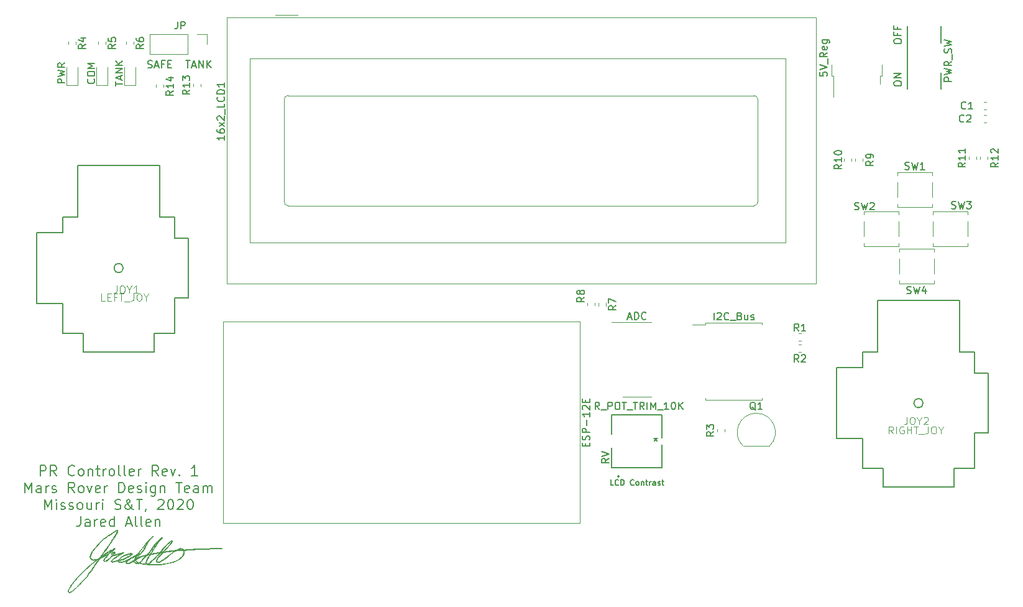
<source format=gbr>
G04 #@! TF.GenerationSoftware,KiCad,Pcbnew,(5.1.4)-1*
G04 #@! TF.CreationDate,2019-12-11T13:43:38-06:00*
G04 #@! TF.ProjectId,Rover_Controller,526f7665-725f-4436-9f6e-74726f6c6c65,rev?*
G04 #@! TF.SameCoordinates,Original*
G04 #@! TF.FileFunction,Legend,Top*
G04 #@! TF.FilePolarity,Positive*
%FSLAX46Y46*%
G04 Gerber Fmt 4.6, Leading zero omitted, Abs format (unit mm)*
G04 Created by KiCad (PCBNEW (5.1.4)-1) date 2019-12-11 13:43:38*
%MOMM*%
%LPD*%
G04 APERTURE LIST*
%ADD10C,0.190500*%
%ADD11C,0.203200*%
%ADD12C,0.010000*%
%ADD13C,0.120000*%
%ADD14C,0.152400*%
%ADD15C,0.150000*%
%ADD16C,0.050000*%
G04 APERTURE END LIST*
D10*
X157570714Y-116930714D02*
X157207857Y-116930714D01*
X157207857Y-116168714D01*
X158260142Y-116858142D02*
X158223857Y-116894428D01*
X158115000Y-116930714D01*
X158042428Y-116930714D01*
X157933571Y-116894428D01*
X157861000Y-116821857D01*
X157824714Y-116749285D01*
X157788428Y-116604142D01*
X157788428Y-116495285D01*
X157824714Y-116350142D01*
X157861000Y-116277571D01*
X157933571Y-116205000D01*
X158042428Y-116168714D01*
X158115000Y-116168714D01*
X158223857Y-116205000D01*
X158260142Y-116241285D01*
X158586714Y-116930714D02*
X158586714Y-116168714D01*
X158768142Y-116168714D01*
X158877000Y-116205000D01*
X158949571Y-116277571D01*
X158985857Y-116350142D01*
X159022142Y-116495285D01*
X159022142Y-116604142D01*
X158985857Y-116749285D01*
X158949571Y-116821857D01*
X158877000Y-116894428D01*
X158768142Y-116930714D01*
X158586714Y-116930714D01*
X160364714Y-116858142D02*
X160328428Y-116894428D01*
X160219571Y-116930714D01*
X160147000Y-116930714D01*
X160038142Y-116894428D01*
X159965571Y-116821857D01*
X159929285Y-116749285D01*
X159893000Y-116604142D01*
X159893000Y-116495285D01*
X159929285Y-116350142D01*
X159965571Y-116277571D01*
X160038142Y-116205000D01*
X160147000Y-116168714D01*
X160219571Y-116168714D01*
X160328428Y-116205000D01*
X160364714Y-116241285D01*
X160800142Y-116930714D02*
X160727571Y-116894428D01*
X160691285Y-116858142D01*
X160655000Y-116785571D01*
X160655000Y-116567857D01*
X160691285Y-116495285D01*
X160727571Y-116459000D01*
X160800142Y-116422714D01*
X160909000Y-116422714D01*
X160981571Y-116459000D01*
X161017857Y-116495285D01*
X161054142Y-116567857D01*
X161054142Y-116785571D01*
X161017857Y-116858142D01*
X160981571Y-116894428D01*
X160909000Y-116930714D01*
X160800142Y-116930714D01*
X161380714Y-116422714D02*
X161380714Y-116930714D01*
X161380714Y-116495285D02*
X161417000Y-116459000D01*
X161489571Y-116422714D01*
X161598428Y-116422714D01*
X161671000Y-116459000D01*
X161707285Y-116531571D01*
X161707285Y-116930714D01*
X161961285Y-116422714D02*
X162251571Y-116422714D01*
X162070142Y-116168714D02*
X162070142Y-116821857D01*
X162106428Y-116894428D01*
X162179000Y-116930714D01*
X162251571Y-116930714D01*
X162505571Y-116930714D02*
X162505571Y-116422714D01*
X162505571Y-116567857D02*
X162541857Y-116495285D01*
X162578142Y-116459000D01*
X162650714Y-116422714D01*
X162723285Y-116422714D01*
X163303857Y-116930714D02*
X163303857Y-116531571D01*
X163267571Y-116459000D01*
X163195000Y-116422714D01*
X163049857Y-116422714D01*
X162977285Y-116459000D01*
X163303857Y-116894428D02*
X163231285Y-116930714D01*
X163049857Y-116930714D01*
X162977285Y-116894428D01*
X162941000Y-116821857D01*
X162941000Y-116749285D01*
X162977285Y-116676714D01*
X163049857Y-116640428D01*
X163231285Y-116640428D01*
X163303857Y-116604142D01*
X163630428Y-116894428D02*
X163703000Y-116930714D01*
X163848142Y-116930714D01*
X163920714Y-116894428D01*
X163957000Y-116821857D01*
X163957000Y-116785571D01*
X163920714Y-116713000D01*
X163848142Y-116676714D01*
X163739285Y-116676714D01*
X163666714Y-116640428D01*
X163630428Y-116567857D01*
X163630428Y-116531571D01*
X163666714Y-116459000D01*
X163739285Y-116422714D01*
X163848142Y-116422714D01*
X163920714Y-116459000D01*
X164174714Y-116422714D02*
X164465000Y-116422714D01*
X164283571Y-116168714D02*
X164283571Y-116821857D01*
X164319857Y-116894428D01*
X164392428Y-116930714D01*
X164465000Y-116930714D01*
D11*
X195785619Y-56593619D02*
X195785619Y-56400095D01*
X195834000Y-56303333D01*
X195930761Y-56206571D01*
X196124285Y-56158190D01*
X196462952Y-56158190D01*
X196656476Y-56206571D01*
X196753238Y-56303333D01*
X196801619Y-56400095D01*
X196801619Y-56593619D01*
X196753238Y-56690380D01*
X196656476Y-56787142D01*
X196462952Y-56835523D01*
X196124285Y-56835523D01*
X195930761Y-56787142D01*
X195834000Y-56690380D01*
X195785619Y-56593619D01*
X196269428Y-55384095D02*
X196269428Y-55722761D01*
X196801619Y-55722761D02*
X195785619Y-55722761D01*
X195785619Y-55238952D01*
X196269428Y-54513238D02*
X196269428Y-54851904D01*
X196801619Y-54851904D02*
X195785619Y-54851904D01*
X195785619Y-54368095D01*
X195785619Y-62350952D02*
X195785619Y-62157428D01*
X195834000Y-62060666D01*
X195930761Y-61963904D01*
X196124285Y-61915523D01*
X196462952Y-61915523D01*
X196656476Y-61963904D01*
X196753238Y-62060666D01*
X196801619Y-62157428D01*
X196801619Y-62350952D01*
X196753238Y-62447714D01*
X196656476Y-62544476D01*
X196462952Y-62592857D01*
X196124285Y-62592857D01*
X195930761Y-62544476D01*
X195834000Y-62447714D01*
X195785619Y-62350952D01*
X196801619Y-61480095D02*
X195785619Y-61480095D01*
X196801619Y-60899523D01*
X195785619Y-60899523D01*
X94137238Y-60101238D02*
X94282380Y-60149619D01*
X94524285Y-60149619D01*
X94621047Y-60101238D01*
X94669428Y-60052857D01*
X94717809Y-59956095D01*
X94717809Y-59859333D01*
X94669428Y-59762571D01*
X94621047Y-59714190D01*
X94524285Y-59665809D01*
X94330761Y-59617428D01*
X94234000Y-59569047D01*
X94185619Y-59520666D01*
X94137238Y-59423904D01*
X94137238Y-59327142D01*
X94185619Y-59230380D01*
X94234000Y-59182000D01*
X94330761Y-59133619D01*
X94572666Y-59133619D01*
X94717809Y-59182000D01*
X95104857Y-59859333D02*
X95588666Y-59859333D01*
X95008095Y-60149619D02*
X95346761Y-59133619D01*
X95685428Y-60149619D01*
X96362761Y-59617428D02*
X96024095Y-59617428D01*
X96024095Y-60149619D02*
X96024095Y-59133619D01*
X96507904Y-59133619D01*
X96894952Y-59617428D02*
X97233619Y-59617428D01*
X97378761Y-60149619D02*
X96894952Y-60149619D01*
X96894952Y-59133619D01*
X97378761Y-59133619D01*
X99326095Y-59133619D02*
X99906666Y-59133619D01*
X99616380Y-60149619D02*
X99616380Y-59133619D01*
X100196952Y-59859333D02*
X100680761Y-59859333D01*
X100100190Y-60149619D02*
X100438857Y-59133619D01*
X100777523Y-60149619D01*
X101116190Y-60149619D02*
X101116190Y-59133619D01*
X101696761Y-60149619D01*
X101696761Y-59133619D01*
X102180571Y-60149619D02*
X102180571Y-59133619D01*
X102761142Y-60149619D02*
X102325714Y-59569047D01*
X102761142Y-59133619D02*
X102180571Y-59714190D01*
X79492928Y-115649526D02*
X79492928Y-114252526D01*
X80025119Y-114252526D01*
X80158166Y-114319050D01*
X80224690Y-114385573D01*
X80291214Y-114518621D01*
X80291214Y-114718192D01*
X80224690Y-114851240D01*
X80158166Y-114917764D01*
X80025119Y-114984288D01*
X79492928Y-114984288D01*
X81688214Y-115649526D02*
X81222547Y-114984288D01*
X80889928Y-115649526D02*
X80889928Y-114252526D01*
X81422119Y-114252526D01*
X81555166Y-114319050D01*
X81621690Y-114385573D01*
X81688214Y-114518621D01*
X81688214Y-114718192D01*
X81621690Y-114851240D01*
X81555166Y-114917764D01*
X81422119Y-114984288D01*
X80889928Y-114984288D01*
X84149595Y-115516478D02*
X84083071Y-115583002D01*
X83883500Y-115649526D01*
X83750452Y-115649526D01*
X83550880Y-115583002D01*
X83417833Y-115449954D01*
X83351309Y-115316907D01*
X83284785Y-115050811D01*
X83284785Y-114851240D01*
X83351309Y-114585145D01*
X83417833Y-114452097D01*
X83550880Y-114319050D01*
X83750452Y-114252526D01*
X83883500Y-114252526D01*
X84083071Y-114319050D01*
X84149595Y-114385573D01*
X84947880Y-115649526D02*
X84814833Y-115583002D01*
X84748309Y-115516478D01*
X84681785Y-115383430D01*
X84681785Y-114984288D01*
X84748309Y-114851240D01*
X84814833Y-114784716D01*
X84947880Y-114718192D01*
X85147452Y-114718192D01*
X85280500Y-114784716D01*
X85347023Y-114851240D01*
X85413547Y-114984288D01*
X85413547Y-115383430D01*
X85347023Y-115516478D01*
X85280500Y-115583002D01*
X85147452Y-115649526D01*
X84947880Y-115649526D01*
X86012261Y-114718192D02*
X86012261Y-115649526D01*
X86012261Y-114851240D02*
X86078785Y-114784716D01*
X86211833Y-114718192D01*
X86411404Y-114718192D01*
X86544452Y-114784716D01*
X86610976Y-114917764D01*
X86610976Y-115649526D01*
X87076642Y-114718192D02*
X87608833Y-114718192D01*
X87276214Y-114252526D02*
X87276214Y-115449954D01*
X87342738Y-115583002D01*
X87475785Y-115649526D01*
X87608833Y-115649526D01*
X88074500Y-115649526D02*
X88074500Y-114718192D01*
X88074500Y-114984288D02*
X88141023Y-114851240D01*
X88207547Y-114784716D01*
X88340595Y-114718192D01*
X88473642Y-114718192D01*
X89138880Y-115649526D02*
X89005833Y-115583002D01*
X88939309Y-115516478D01*
X88872785Y-115383430D01*
X88872785Y-114984288D01*
X88939309Y-114851240D01*
X89005833Y-114784716D01*
X89138880Y-114718192D01*
X89338452Y-114718192D01*
X89471500Y-114784716D01*
X89538023Y-114851240D01*
X89604547Y-114984288D01*
X89604547Y-115383430D01*
X89538023Y-115516478D01*
X89471500Y-115583002D01*
X89338452Y-115649526D01*
X89138880Y-115649526D01*
X90402833Y-115649526D02*
X90269785Y-115583002D01*
X90203261Y-115449954D01*
X90203261Y-114252526D01*
X91134595Y-115649526D02*
X91001547Y-115583002D01*
X90935023Y-115449954D01*
X90935023Y-114252526D01*
X92198976Y-115583002D02*
X92065928Y-115649526D01*
X91799833Y-115649526D01*
X91666785Y-115583002D01*
X91600261Y-115449954D01*
X91600261Y-114917764D01*
X91666785Y-114784716D01*
X91799833Y-114718192D01*
X92065928Y-114718192D01*
X92198976Y-114784716D01*
X92265500Y-114917764D01*
X92265500Y-115050811D01*
X91600261Y-115183859D01*
X92864214Y-115649526D02*
X92864214Y-114718192D01*
X92864214Y-114984288D02*
X92930738Y-114851240D01*
X92997261Y-114784716D01*
X93130309Y-114718192D01*
X93263357Y-114718192D01*
X95591690Y-115649526D02*
X95126023Y-114984288D01*
X94793404Y-115649526D02*
X94793404Y-114252526D01*
X95325595Y-114252526D01*
X95458642Y-114319050D01*
X95525166Y-114385573D01*
X95591690Y-114518621D01*
X95591690Y-114718192D01*
X95525166Y-114851240D01*
X95458642Y-114917764D01*
X95325595Y-114984288D01*
X94793404Y-114984288D01*
X96722595Y-115583002D02*
X96589547Y-115649526D01*
X96323452Y-115649526D01*
X96190404Y-115583002D01*
X96123880Y-115449954D01*
X96123880Y-114917764D01*
X96190404Y-114784716D01*
X96323452Y-114718192D01*
X96589547Y-114718192D01*
X96722595Y-114784716D01*
X96789119Y-114917764D01*
X96789119Y-115050811D01*
X96123880Y-115183859D01*
X97254785Y-114718192D02*
X97587404Y-115649526D01*
X97920023Y-114718192D01*
X98452214Y-115516478D02*
X98518738Y-115583002D01*
X98452214Y-115649526D01*
X98385690Y-115583002D01*
X98452214Y-115516478D01*
X98452214Y-115649526D01*
X100913595Y-115649526D02*
X100115309Y-115649526D01*
X100514452Y-115649526D02*
X100514452Y-114252526D01*
X100381404Y-114452097D01*
X100248357Y-114585145D01*
X100115309Y-114651669D01*
X77430690Y-117948226D02*
X77430690Y-116551226D01*
X77896357Y-117549083D01*
X78362023Y-116551226D01*
X78362023Y-117948226D01*
X79625976Y-117948226D02*
X79625976Y-117216464D01*
X79559452Y-117083416D01*
X79426404Y-117016892D01*
X79160309Y-117016892D01*
X79027261Y-117083416D01*
X79625976Y-117881702D02*
X79492928Y-117948226D01*
X79160309Y-117948226D01*
X79027261Y-117881702D01*
X78960738Y-117748654D01*
X78960738Y-117615607D01*
X79027261Y-117482559D01*
X79160309Y-117416035D01*
X79492928Y-117416035D01*
X79625976Y-117349511D01*
X80291214Y-117948226D02*
X80291214Y-117016892D01*
X80291214Y-117282988D02*
X80357738Y-117149940D01*
X80424261Y-117083416D01*
X80557309Y-117016892D01*
X80690357Y-117016892D01*
X81089500Y-117881702D02*
X81222547Y-117948226D01*
X81488642Y-117948226D01*
X81621690Y-117881702D01*
X81688214Y-117748654D01*
X81688214Y-117682130D01*
X81621690Y-117549083D01*
X81488642Y-117482559D01*
X81289071Y-117482559D01*
X81156023Y-117416035D01*
X81089500Y-117282988D01*
X81089500Y-117216464D01*
X81156023Y-117083416D01*
X81289071Y-117016892D01*
X81488642Y-117016892D01*
X81621690Y-117083416D01*
X84149595Y-117948226D02*
X83683928Y-117282988D01*
X83351309Y-117948226D02*
X83351309Y-116551226D01*
X83883500Y-116551226D01*
X84016547Y-116617750D01*
X84083071Y-116684273D01*
X84149595Y-116817321D01*
X84149595Y-117016892D01*
X84083071Y-117149940D01*
X84016547Y-117216464D01*
X83883500Y-117282988D01*
X83351309Y-117282988D01*
X84947880Y-117948226D02*
X84814833Y-117881702D01*
X84748309Y-117815178D01*
X84681785Y-117682130D01*
X84681785Y-117282988D01*
X84748309Y-117149940D01*
X84814833Y-117083416D01*
X84947880Y-117016892D01*
X85147452Y-117016892D01*
X85280500Y-117083416D01*
X85347023Y-117149940D01*
X85413547Y-117282988D01*
X85413547Y-117682130D01*
X85347023Y-117815178D01*
X85280500Y-117881702D01*
X85147452Y-117948226D01*
X84947880Y-117948226D01*
X85879214Y-117016892D02*
X86211833Y-117948226D01*
X86544452Y-117016892D01*
X87608833Y-117881702D02*
X87475785Y-117948226D01*
X87209690Y-117948226D01*
X87076642Y-117881702D01*
X87010119Y-117748654D01*
X87010119Y-117216464D01*
X87076642Y-117083416D01*
X87209690Y-117016892D01*
X87475785Y-117016892D01*
X87608833Y-117083416D01*
X87675357Y-117216464D01*
X87675357Y-117349511D01*
X87010119Y-117482559D01*
X88274071Y-117948226D02*
X88274071Y-117016892D01*
X88274071Y-117282988D02*
X88340595Y-117149940D01*
X88407119Y-117083416D01*
X88540166Y-117016892D01*
X88673214Y-117016892D01*
X90203261Y-117948226D02*
X90203261Y-116551226D01*
X90535880Y-116551226D01*
X90735452Y-116617750D01*
X90868500Y-116750797D01*
X90935023Y-116883845D01*
X91001547Y-117149940D01*
X91001547Y-117349511D01*
X90935023Y-117615607D01*
X90868500Y-117748654D01*
X90735452Y-117881702D01*
X90535880Y-117948226D01*
X90203261Y-117948226D01*
X92132452Y-117881702D02*
X91999404Y-117948226D01*
X91733309Y-117948226D01*
X91600261Y-117881702D01*
X91533738Y-117748654D01*
X91533738Y-117216464D01*
X91600261Y-117083416D01*
X91733309Y-117016892D01*
X91999404Y-117016892D01*
X92132452Y-117083416D01*
X92198976Y-117216464D01*
X92198976Y-117349511D01*
X91533738Y-117482559D01*
X92731166Y-117881702D02*
X92864214Y-117948226D01*
X93130309Y-117948226D01*
X93263357Y-117881702D01*
X93329880Y-117748654D01*
X93329880Y-117682130D01*
X93263357Y-117549083D01*
X93130309Y-117482559D01*
X92930738Y-117482559D01*
X92797690Y-117416035D01*
X92731166Y-117282988D01*
X92731166Y-117216464D01*
X92797690Y-117083416D01*
X92930738Y-117016892D01*
X93130309Y-117016892D01*
X93263357Y-117083416D01*
X93928595Y-117948226D02*
X93928595Y-117016892D01*
X93928595Y-116551226D02*
X93862071Y-116617750D01*
X93928595Y-116684273D01*
X93995119Y-116617750D01*
X93928595Y-116551226D01*
X93928595Y-116684273D01*
X95192547Y-117016892D02*
X95192547Y-118147797D01*
X95126023Y-118280845D01*
X95059500Y-118347369D01*
X94926452Y-118413892D01*
X94726880Y-118413892D01*
X94593833Y-118347369D01*
X95192547Y-117881702D02*
X95059500Y-117948226D01*
X94793404Y-117948226D01*
X94660357Y-117881702D01*
X94593833Y-117815178D01*
X94527309Y-117682130D01*
X94527309Y-117282988D01*
X94593833Y-117149940D01*
X94660357Y-117083416D01*
X94793404Y-117016892D01*
X95059500Y-117016892D01*
X95192547Y-117083416D01*
X95857785Y-117016892D02*
X95857785Y-117948226D01*
X95857785Y-117149940D02*
X95924309Y-117083416D01*
X96057357Y-117016892D01*
X96256928Y-117016892D01*
X96389976Y-117083416D01*
X96456500Y-117216464D01*
X96456500Y-117948226D01*
X97986547Y-116551226D02*
X98784833Y-116551226D01*
X98385690Y-117948226D02*
X98385690Y-116551226D01*
X99782690Y-117881702D02*
X99649642Y-117948226D01*
X99383547Y-117948226D01*
X99250500Y-117881702D01*
X99183976Y-117748654D01*
X99183976Y-117216464D01*
X99250500Y-117083416D01*
X99383547Y-117016892D01*
X99649642Y-117016892D01*
X99782690Y-117083416D01*
X99849214Y-117216464D01*
X99849214Y-117349511D01*
X99183976Y-117482559D01*
X101046642Y-117948226D02*
X101046642Y-117216464D01*
X100980119Y-117083416D01*
X100847071Y-117016892D01*
X100580976Y-117016892D01*
X100447928Y-117083416D01*
X101046642Y-117881702D02*
X100913595Y-117948226D01*
X100580976Y-117948226D01*
X100447928Y-117881702D01*
X100381404Y-117748654D01*
X100381404Y-117615607D01*
X100447928Y-117482559D01*
X100580976Y-117416035D01*
X100913595Y-117416035D01*
X101046642Y-117349511D01*
X101711880Y-117948226D02*
X101711880Y-117016892D01*
X101711880Y-117149940D02*
X101778404Y-117083416D01*
X101911452Y-117016892D01*
X102111023Y-117016892D01*
X102244071Y-117083416D01*
X102310595Y-117216464D01*
X102310595Y-117948226D01*
X102310595Y-117216464D02*
X102377119Y-117083416D01*
X102510166Y-117016892D01*
X102709738Y-117016892D01*
X102842785Y-117083416D01*
X102909309Y-117216464D01*
X102909309Y-117948226D01*
X80091642Y-120246926D02*
X80091642Y-118849926D01*
X80557309Y-119847783D01*
X81022976Y-118849926D01*
X81022976Y-120246926D01*
X81688214Y-120246926D02*
X81688214Y-119315592D01*
X81688214Y-118849926D02*
X81621690Y-118916450D01*
X81688214Y-118982973D01*
X81754738Y-118916450D01*
X81688214Y-118849926D01*
X81688214Y-118982973D01*
X82286928Y-120180402D02*
X82419976Y-120246926D01*
X82686071Y-120246926D01*
X82819119Y-120180402D01*
X82885642Y-120047354D01*
X82885642Y-119980830D01*
X82819119Y-119847783D01*
X82686071Y-119781259D01*
X82486500Y-119781259D01*
X82353452Y-119714735D01*
X82286928Y-119581688D01*
X82286928Y-119515164D01*
X82353452Y-119382116D01*
X82486500Y-119315592D01*
X82686071Y-119315592D01*
X82819119Y-119382116D01*
X83417833Y-120180402D02*
X83550880Y-120246926D01*
X83816976Y-120246926D01*
X83950023Y-120180402D01*
X84016547Y-120047354D01*
X84016547Y-119980830D01*
X83950023Y-119847783D01*
X83816976Y-119781259D01*
X83617404Y-119781259D01*
X83484357Y-119714735D01*
X83417833Y-119581688D01*
X83417833Y-119515164D01*
X83484357Y-119382116D01*
X83617404Y-119315592D01*
X83816976Y-119315592D01*
X83950023Y-119382116D01*
X84814833Y-120246926D02*
X84681785Y-120180402D01*
X84615261Y-120113878D01*
X84548738Y-119980830D01*
X84548738Y-119581688D01*
X84615261Y-119448640D01*
X84681785Y-119382116D01*
X84814833Y-119315592D01*
X85014404Y-119315592D01*
X85147452Y-119382116D01*
X85213976Y-119448640D01*
X85280500Y-119581688D01*
X85280500Y-119980830D01*
X85213976Y-120113878D01*
X85147452Y-120180402D01*
X85014404Y-120246926D01*
X84814833Y-120246926D01*
X86477928Y-119315592D02*
X86477928Y-120246926D01*
X85879214Y-119315592D02*
X85879214Y-120047354D01*
X85945738Y-120180402D01*
X86078785Y-120246926D01*
X86278357Y-120246926D01*
X86411404Y-120180402D01*
X86477928Y-120113878D01*
X87143166Y-120246926D02*
X87143166Y-119315592D01*
X87143166Y-119581688D02*
X87209690Y-119448640D01*
X87276214Y-119382116D01*
X87409261Y-119315592D01*
X87542309Y-119315592D01*
X88007976Y-120246926D02*
X88007976Y-119315592D01*
X88007976Y-118849926D02*
X87941452Y-118916450D01*
X88007976Y-118982973D01*
X88074500Y-118916450D01*
X88007976Y-118849926D01*
X88007976Y-118982973D01*
X89671071Y-120180402D02*
X89870642Y-120246926D01*
X90203261Y-120246926D01*
X90336309Y-120180402D01*
X90402833Y-120113878D01*
X90469357Y-119980830D01*
X90469357Y-119847783D01*
X90402833Y-119714735D01*
X90336309Y-119648211D01*
X90203261Y-119581688D01*
X89937166Y-119515164D01*
X89804119Y-119448640D01*
X89737595Y-119382116D01*
X89671071Y-119249069D01*
X89671071Y-119116021D01*
X89737595Y-118982973D01*
X89804119Y-118916450D01*
X89937166Y-118849926D01*
X90269785Y-118849926D01*
X90469357Y-118916450D01*
X92198976Y-120246926D02*
X92132452Y-120246926D01*
X91999404Y-120180402D01*
X91799833Y-119980830D01*
X91467214Y-119581688D01*
X91334166Y-119382116D01*
X91267642Y-119182545D01*
X91267642Y-119049497D01*
X91334166Y-118916450D01*
X91467214Y-118849926D01*
X91533738Y-118849926D01*
X91666785Y-118916450D01*
X91733309Y-119049497D01*
X91733309Y-119116021D01*
X91666785Y-119249069D01*
X91600261Y-119315592D01*
X91201119Y-119581688D01*
X91134595Y-119648211D01*
X91068071Y-119781259D01*
X91068071Y-119980830D01*
X91134595Y-120113878D01*
X91201119Y-120180402D01*
X91334166Y-120246926D01*
X91533738Y-120246926D01*
X91666785Y-120180402D01*
X91733309Y-120113878D01*
X91932880Y-119847783D01*
X91999404Y-119648211D01*
X91999404Y-119515164D01*
X92598119Y-118849926D02*
X93396404Y-118849926D01*
X92997261Y-120246926D02*
X92997261Y-118849926D01*
X93928595Y-120180402D02*
X93928595Y-120246926D01*
X93862071Y-120379973D01*
X93795547Y-120446497D01*
X95525166Y-118982973D02*
X95591690Y-118916450D01*
X95724738Y-118849926D01*
X96057357Y-118849926D01*
X96190404Y-118916450D01*
X96256928Y-118982973D01*
X96323452Y-119116021D01*
X96323452Y-119249069D01*
X96256928Y-119448640D01*
X95458642Y-120246926D01*
X96323452Y-120246926D01*
X97188261Y-118849926D02*
X97321309Y-118849926D01*
X97454357Y-118916450D01*
X97520880Y-118982973D01*
X97587404Y-119116021D01*
X97653928Y-119382116D01*
X97653928Y-119714735D01*
X97587404Y-119980830D01*
X97520880Y-120113878D01*
X97454357Y-120180402D01*
X97321309Y-120246926D01*
X97188261Y-120246926D01*
X97055214Y-120180402D01*
X96988690Y-120113878D01*
X96922166Y-119980830D01*
X96855642Y-119714735D01*
X96855642Y-119382116D01*
X96922166Y-119116021D01*
X96988690Y-118982973D01*
X97055214Y-118916450D01*
X97188261Y-118849926D01*
X98186119Y-118982973D02*
X98252642Y-118916450D01*
X98385690Y-118849926D01*
X98718309Y-118849926D01*
X98851357Y-118916450D01*
X98917880Y-118982973D01*
X98984404Y-119116021D01*
X98984404Y-119249069D01*
X98917880Y-119448640D01*
X98119595Y-120246926D01*
X98984404Y-120246926D01*
X99849214Y-118849926D02*
X99982261Y-118849926D01*
X100115309Y-118916450D01*
X100181833Y-118982973D01*
X100248357Y-119116021D01*
X100314880Y-119382116D01*
X100314880Y-119714735D01*
X100248357Y-119980830D01*
X100181833Y-120113878D01*
X100115309Y-120180402D01*
X99982261Y-120246926D01*
X99849214Y-120246926D01*
X99716166Y-120180402D01*
X99649642Y-120113878D01*
X99583119Y-119980830D01*
X99516595Y-119714735D01*
X99516595Y-119382116D01*
X99583119Y-119116021D01*
X99649642Y-118982973D01*
X99716166Y-118916450D01*
X99849214Y-118849926D01*
X84981142Y-121148626D02*
X84981142Y-122146483D01*
X84914619Y-122346054D01*
X84781571Y-122479102D01*
X84582000Y-122545626D01*
X84448952Y-122545626D01*
X86245095Y-122545626D02*
X86245095Y-121813864D01*
X86178571Y-121680816D01*
X86045523Y-121614292D01*
X85779428Y-121614292D01*
X85646380Y-121680816D01*
X86245095Y-122479102D02*
X86112047Y-122545626D01*
X85779428Y-122545626D01*
X85646380Y-122479102D01*
X85579857Y-122346054D01*
X85579857Y-122213007D01*
X85646380Y-122079959D01*
X85779428Y-122013435D01*
X86112047Y-122013435D01*
X86245095Y-121946911D01*
X86910333Y-122545626D02*
X86910333Y-121614292D01*
X86910333Y-121880388D02*
X86976857Y-121747340D01*
X87043380Y-121680816D01*
X87176428Y-121614292D01*
X87309476Y-121614292D01*
X88307333Y-122479102D02*
X88174285Y-122545626D01*
X87908190Y-122545626D01*
X87775142Y-122479102D01*
X87708619Y-122346054D01*
X87708619Y-121813864D01*
X87775142Y-121680816D01*
X87908190Y-121614292D01*
X88174285Y-121614292D01*
X88307333Y-121680816D01*
X88373857Y-121813864D01*
X88373857Y-121946911D01*
X87708619Y-122079959D01*
X89571285Y-122545626D02*
X89571285Y-121148626D01*
X89571285Y-122479102D02*
X89438238Y-122545626D01*
X89172142Y-122545626D01*
X89039095Y-122479102D01*
X88972571Y-122412578D01*
X88906047Y-122279530D01*
X88906047Y-121880388D01*
X88972571Y-121747340D01*
X89039095Y-121680816D01*
X89172142Y-121614292D01*
X89438238Y-121614292D01*
X89571285Y-121680816D01*
X91234380Y-122146483D02*
X91899619Y-122146483D01*
X91101333Y-122545626D02*
X91567000Y-121148626D01*
X92032666Y-122545626D01*
X92697904Y-122545626D02*
X92564857Y-122479102D01*
X92498333Y-122346054D01*
X92498333Y-121148626D01*
X93429666Y-122545626D02*
X93296619Y-122479102D01*
X93230095Y-122346054D01*
X93230095Y-121148626D01*
X94494047Y-122479102D02*
X94361000Y-122545626D01*
X94094904Y-122545626D01*
X93961857Y-122479102D01*
X93895333Y-122346054D01*
X93895333Y-121813864D01*
X93961857Y-121680816D01*
X94094904Y-121614292D01*
X94361000Y-121614292D01*
X94494047Y-121680816D01*
X94560571Y-121813864D01*
X94560571Y-121946911D01*
X93895333Y-122079959D01*
X95159285Y-121614292D02*
X95159285Y-122545626D01*
X95159285Y-121747340D02*
X95225809Y-121680816D01*
X95358857Y-121614292D01*
X95558428Y-121614292D01*
X95691476Y-121680816D01*
X95758000Y-121813864D01*
X95758000Y-122545626D01*
D12*
G36*
X89999896Y-123003541D02*
G01*
X90043260Y-123030448D01*
X90052164Y-123083576D01*
X90028484Y-123168724D01*
X89998590Y-123239413D01*
X89918358Y-123411553D01*
X89837308Y-123575013D01*
X89751681Y-123735997D01*
X89657713Y-123900711D01*
X89551644Y-124075360D01*
X89429710Y-124266150D01*
X89288152Y-124479286D01*
X89123206Y-124720974D01*
X88944390Y-124978424D01*
X88856864Y-125103821D01*
X88762521Y-125239220D01*
X88674781Y-125365353D01*
X88625678Y-125436082D01*
X88556747Y-125534717D01*
X88472307Y-125654338D01*
X88377863Y-125787273D01*
X88278919Y-125925850D01*
X88180979Y-126062400D01*
X88089547Y-126189250D01*
X88010127Y-126298730D01*
X87948223Y-126383168D01*
X87909339Y-126434894D01*
X87905847Y-126439338D01*
X87874274Y-126487605D01*
X87866339Y-126518246D01*
X87866660Y-126518843D01*
X87889514Y-126510089D01*
X87947566Y-126477133D01*
X88034006Y-126424432D01*
X88142028Y-126356445D01*
X88264825Y-126277633D01*
X88395589Y-126192452D01*
X88527513Y-126105363D01*
X88653790Y-126020825D01*
X88767612Y-125943295D01*
X88862173Y-125877232D01*
X88930664Y-125827097D01*
X88962640Y-125800960D01*
X89014305Y-125763077D01*
X89063899Y-125760811D01*
X89092458Y-125769647D01*
X89128100Y-125778809D01*
X89162226Y-125773737D01*
X89204751Y-125748928D01*
X89265590Y-125698881D01*
X89338015Y-125633392D01*
X89440545Y-125545420D01*
X89517559Y-125495430D01*
X89574960Y-125481420D01*
X89618647Y-125501386D01*
X89641676Y-125530335D01*
X89649140Y-125557075D01*
X89635527Y-125591071D01*
X89595330Y-125640373D01*
X89523040Y-125713030D01*
X89504433Y-125730894D01*
X89418502Y-125808325D01*
X89305749Y-125903307D01*
X89180746Y-126003855D01*
X89058069Y-126097989D01*
X89056882Y-126098873D01*
X88945049Y-126184915D01*
X88841175Y-126269818D01*
X88755843Y-126344601D01*
X88699637Y-126400282D01*
X88694050Y-126406823D01*
X88569483Y-126560646D01*
X88454764Y-126706265D01*
X88354707Y-126837284D01*
X88274124Y-126947309D01*
X88217826Y-127029947D01*
X88193791Y-127071445D01*
X88166032Y-127155234D01*
X88176747Y-127206960D01*
X88224628Y-127226234D01*
X88308369Y-127212670D01*
X88426663Y-127165880D01*
X88459098Y-127150139D01*
X88529238Y-127111345D01*
X88603548Y-127061681D01*
X88687829Y-126996306D01*
X88787883Y-126910379D01*
X88909512Y-126799060D01*
X89058515Y-126657506D01*
X89116888Y-126601199D01*
X89275171Y-126448074D01*
X89212233Y-126388947D01*
X89158854Y-126307944D01*
X89149791Y-126248811D01*
X89247126Y-126248811D01*
X89266557Y-126318763D01*
X89266755Y-126319147D01*
X89297196Y-126368310D01*
X89320276Y-126389516D01*
X89320697Y-126389535D01*
X89346382Y-126372975D01*
X89396736Y-126329592D01*
X89459884Y-126269720D01*
X89521454Y-126206303D01*
X89565207Y-126155945D01*
X89581528Y-126129881D01*
X89559644Y-126115028D01*
X89505843Y-126110234D01*
X89437906Y-126114781D01*
X89373613Y-126127952D01*
X89344672Y-126139434D01*
X89272097Y-126191497D01*
X89247126Y-126248811D01*
X89149791Y-126248811D01*
X89149296Y-126245583D01*
X89156819Y-126187378D01*
X89187333Y-126143316D01*
X89251337Y-126096929D01*
X89354355Y-126046177D01*
X89458168Y-126018994D01*
X89552729Y-126014988D01*
X89627986Y-126033768D01*
X89673892Y-126074943D01*
X89683230Y-126113742D01*
X89666023Y-126160245D01*
X89621732Y-126223765D01*
X89580905Y-126269014D01*
X89527784Y-126326339D01*
X89496070Y-126368929D01*
X89491782Y-126384541D01*
X89524864Y-126388381D01*
X89594863Y-126380218D01*
X89689969Y-126362587D01*
X89798371Y-126338024D01*
X89908258Y-126309063D01*
X90007818Y-126278239D01*
X90039186Y-126267052D01*
X90167759Y-126220294D01*
X90310667Y-126171043D01*
X90480510Y-126115032D01*
X90630551Y-126066849D01*
X90736204Y-126043065D01*
X90802364Y-126046917D01*
X90827270Y-126071953D01*
X90809160Y-126111722D01*
X90746276Y-126159770D01*
X90666417Y-126198275D01*
X90564054Y-126246213D01*
X90439159Y-126314929D01*
X90297449Y-126400298D01*
X90144643Y-126498189D01*
X89986459Y-126604476D01*
X89828614Y-126715030D01*
X89676826Y-126825724D01*
X89536814Y-126932428D01*
X89414296Y-127031016D01*
X89314989Y-127117359D01*
X89244612Y-127187329D01*
X89208883Y-127236797D01*
X89205829Y-127252725D01*
X89236989Y-127287887D01*
X89312022Y-127298952D01*
X89430060Y-127285984D01*
X89590229Y-127249043D01*
X89699662Y-127217402D01*
X89816397Y-127182368D01*
X89916308Y-127153647D01*
X89988876Y-127134175D01*
X90023580Y-127126891D01*
X90023751Y-127126890D01*
X90053818Y-127109509D01*
X90106842Y-127063685D01*
X90128959Y-127041679D01*
X90246755Y-127041679D01*
X90246865Y-127068006D01*
X90280779Y-127066336D01*
X90287084Y-127064005D01*
X90337699Y-127049668D01*
X90415787Y-127033049D01*
X90458705Y-127025373D01*
X90593055Y-127000545D01*
X90701566Y-126972660D01*
X90798883Y-126935590D01*
X90899648Y-126883206D01*
X91018504Y-126809380D01*
X91093471Y-126759711D01*
X91183166Y-126702671D01*
X91264215Y-126656561D01*
X91321891Y-126629629D01*
X91330391Y-126626993D01*
X91399847Y-126601309D01*
X91495073Y-126555750D01*
X91599795Y-126499045D01*
X91697738Y-126439922D01*
X91761758Y-126395624D01*
X91825414Y-126339739D01*
X91842997Y-126302727D01*
X91813632Y-126283014D01*
X91736447Y-126279024D01*
X91698195Y-126281036D01*
X91485370Y-126314566D01*
X91253463Y-126384139D01*
X91013224Y-126484617D01*
X90775402Y-126610864D01*
X90550747Y-126757742D01*
X90350008Y-126920112D01*
X90337935Y-126931180D01*
X90277946Y-126993891D01*
X90246755Y-127041679D01*
X90128959Y-127041679D01*
X90171932Y-126998922D01*
X90179026Y-126991407D01*
X90403652Y-126784030D01*
X90667999Y-126595576D01*
X90962664Y-126431828D01*
X91278244Y-126298568D01*
X91341205Y-126276699D01*
X91492319Y-126233155D01*
X91638193Y-126203987D01*
X91771087Y-126189391D01*
X91883258Y-126189561D01*
X91966963Y-126204690D01*
X92014461Y-126234975D01*
X92022369Y-126259580D01*
X92001059Y-126306382D01*
X91943079Y-126369363D01*
X91857353Y-126442188D01*
X91752806Y-126518521D01*
X91638363Y-126592027D01*
X91522948Y-126656369D01*
X91415485Y-126705214D01*
X91374021Y-126719850D01*
X91286526Y-126755438D01*
X91205306Y-126800832D01*
X91196043Y-126807306D01*
X91042727Y-126908477D01*
X90888572Y-126986074D01*
X90717304Y-127046936D01*
X90512649Y-127097904D01*
X90496844Y-127101238D01*
X90364784Y-127129627D01*
X90274572Y-127151776D01*
X90218061Y-127170755D01*
X90187106Y-127189630D01*
X90173562Y-127211473D01*
X90170832Y-127224064D01*
X90176660Y-127267743D01*
X90216625Y-127301306D01*
X90252648Y-127318093D01*
X90354841Y-127347494D01*
X90470045Y-127352291D01*
X90609773Y-127332131D01*
X90726183Y-127303573D01*
X90812957Y-127273898D01*
X90934760Y-127224161D01*
X91082135Y-127158937D01*
X91245626Y-127082799D01*
X91415778Y-127000323D01*
X91583133Y-126916081D01*
X91738236Y-126834649D01*
X91871631Y-126760599D01*
X91964406Y-126704628D01*
X92185811Y-126568294D01*
X92203163Y-126558671D01*
X92372499Y-126558671D01*
X92408273Y-126554674D01*
X92416463Y-126553154D01*
X92478683Y-126535456D01*
X92516470Y-126515287D01*
X92531945Y-126485720D01*
X92513576Y-126473918D01*
X92476797Y-126485105D01*
X92461114Y-126496550D01*
X92408541Y-126535138D01*
X92378325Y-126551635D01*
X92372499Y-126558671D01*
X92203163Y-126558671D01*
X92397751Y-126450759D01*
X92547617Y-126375038D01*
X92591569Y-126353939D01*
X92628613Y-126335527D01*
X92662147Y-126315957D01*
X92695568Y-126291378D01*
X92732275Y-126257943D01*
X92762192Y-126226132D01*
X92896742Y-126226132D01*
X92929729Y-126252517D01*
X92981381Y-126261717D01*
X93023432Y-126252989D01*
X93070221Y-126223086D01*
X93130087Y-126165185D01*
X93208360Y-126076032D01*
X93394841Y-125841759D01*
X93555359Y-125612522D01*
X93682286Y-125399313D01*
X93695465Y-125374228D01*
X93752748Y-125264907D01*
X93820185Y-125138405D01*
X93883237Y-125021992D01*
X93883597Y-125021336D01*
X93928734Y-124934987D01*
X93960383Y-124866693D01*
X93973542Y-124827576D01*
X93972875Y-124822858D01*
X93951099Y-124835546D01*
X93902259Y-124885857D01*
X93829261Y-124970334D01*
X93735012Y-125085518D01*
X93622416Y-125227952D01*
X93509756Y-125374013D01*
X93429787Y-125477984D01*
X93352713Y-125576875D01*
X93288595Y-125657842D01*
X93254658Y-125699567D01*
X93159887Y-125817105D01*
X93072366Y-125932829D01*
X92997212Y-126039209D01*
X92939544Y-126128716D01*
X92904481Y-126193818D01*
X92896742Y-126226132D01*
X92762192Y-126226132D01*
X92775667Y-126211805D01*
X92829141Y-126149116D01*
X92896095Y-126066026D01*
X92979929Y-125958690D01*
X93084040Y-125823258D01*
X93211826Y-125655883D01*
X93366686Y-125452717D01*
X93395342Y-125415138D01*
X93458016Y-125334190D01*
X93544332Y-125224422D01*
X93645854Y-125096471D01*
X93754149Y-124960976D01*
X93840287Y-124853934D01*
X93940506Y-124729770D01*
X94033885Y-124613987D01*
X94114081Y-124514459D01*
X94174747Y-124439061D01*
X94208695Y-124396724D01*
X94235913Y-124362854D01*
X94261418Y-124332378D01*
X94291580Y-124298416D01*
X94332770Y-124254092D01*
X94391359Y-124192528D01*
X94473716Y-124106846D01*
X94562573Y-124014679D01*
X94666221Y-123913187D01*
X94743178Y-123852238D01*
X94795872Y-123830687D01*
X94826733Y-123847391D01*
X94837126Y-123885391D01*
X94822598Y-123926558D01*
X94770992Y-123989351D01*
X94679994Y-124076420D01*
X94637443Y-124113960D01*
X94449713Y-124291991D01*
X94298728Y-124471156D01*
X94172346Y-124666588D01*
X94127561Y-124749596D01*
X94021736Y-124954552D01*
X93934761Y-125121500D01*
X93862652Y-125257866D01*
X93801429Y-125371078D01*
X93747107Y-125468564D01*
X93695705Y-125557751D01*
X93679208Y-125585775D01*
X93591431Y-125719312D01*
X93470764Y-125880435D01*
X93322381Y-126063009D01*
X93151455Y-126260901D01*
X92963159Y-126467977D01*
X92762668Y-126678103D01*
X92728342Y-126713081D01*
X92667049Y-126779127D01*
X92625640Y-126831309D01*
X92611906Y-126859651D01*
X92612692Y-126861207D01*
X92640578Y-126857264D01*
X92702163Y-126833754D01*
X92786341Y-126795154D01*
X92827319Y-126774723D01*
X93012736Y-126689924D01*
X93236921Y-126603898D01*
X93488094Y-126520972D01*
X93636884Y-126477295D01*
X93779398Y-126435617D01*
X93884219Y-126399069D01*
X93963163Y-126361181D01*
X94028046Y-126315483D01*
X94034047Y-126309737D01*
X94158373Y-126309737D01*
X94174031Y-126335046D01*
X94189887Y-126338299D01*
X94232085Y-126331217D01*
X94301768Y-126313781D01*
X94336083Y-126303992D01*
X94424079Y-126266881D01*
X94482731Y-126209928D01*
X94502204Y-126178975D01*
X94546936Y-126107251D01*
X94590746Y-126047526D01*
X94597549Y-126039657D01*
X94630623Y-125997427D01*
X94641188Y-125975168D01*
X94654332Y-125947395D01*
X94688857Y-125889902D01*
X94737405Y-125814919D01*
X94739417Y-125811905D01*
X94843271Y-125655710D01*
X94919443Y-125539321D01*
X94969207Y-125460742D01*
X94993841Y-125417980D01*
X94997144Y-125409146D01*
X95010721Y-125381867D01*
X95047661Y-125321425D01*
X95102277Y-125236392D01*
X95168881Y-125135341D01*
X95241784Y-125026844D01*
X95315301Y-124919473D01*
X95383742Y-124821802D01*
X95422728Y-124767693D01*
X95481025Y-124683230D01*
X95523098Y-124612920D01*
X95542930Y-124567303D01*
X95542830Y-124557350D01*
X95517708Y-124558876D01*
X95468211Y-124597657D01*
X95398401Y-124668795D01*
X95312342Y-124767390D01*
X95214096Y-124888544D01*
X95107728Y-125027358D01*
X94997301Y-125178932D01*
X94886877Y-125338368D01*
X94852945Y-125389132D01*
X94744712Y-125549566D01*
X94634296Y-125707939D01*
X94526145Y-125858350D01*
X94424710Y-125994901D01*
X94334439Y-126111692D01*
X94259781Y-126202822D01*
X94205185Y-126262392D01*
X94178402Y-126283596D01*
X94158373Y-126309737D01*
X94034047Y-126309737D01*
X94090686Y-126255505D01*
X94138620Y-126202590D01*
X94267310Y-126048432D01*
X94413121Y-125860263D01*
X94568439Y-125648499D01*
X94725647Y-125423556D01*
X94877129Y-125195853D01*
X94895442Y-125167465D01*
X95018364Y-124984489D01*
X95134223Y-124831689D01*
X95256166Y-124692580D01*
X95353100Y-124593623D01*
X95448726Y-124501069D01*
X95536859Y-124418508D01*
X95608442Y-124354240D01*
X95654423Y-124316564D01*
X95658205Y-124313948D01*
X95707329Y-124275824D01*
X95778092Y-124214188D01*
X95856220Y-124141531D01*
X95865897Y-124132196D01*
X95958019Y-124050319D01*
X96021943Y-124010555D01*
X96050231Y-124007946D01*
X96086509Y-124041998D01*
X96078241Y-124098063D01*
X96025952Y-124174612D01*
X95973978Y-124229437D01*
X95901401Y-124305388D01*
X95812251Y-124406496D01*
X95716011Y-124521135D01*
X95622164Y-124637679D01*
X95540193Y-124744503D01*
X95479583Y-124829982D01*
X95464096Y-124854496D01*
X95425550Y-124914420D01*
X95368364Y-124997959D01*
X95304298Y-125087968D01*
X95298424Y-125096037D01*
X95242851Y-125174938D01*
X95174629Y-125275942D01*
X95098822Y-125391063D01*
X95020497Y-125512316D01*
X94944717Y-125631715D01*
X94876550Y-125741273D01*
X94821060Y-125833004D01*
X94783314Y-125898922D01*
X94768376Y-125931042D01*
X94768315Y-125931778D01*
X94749538Y-125960933D01*
X94748207Y-125961541D01*
X94724210Y-125985799D01*
X94682821Y-126039856D01*
X94644970Y-126094336D01*
X94598747Y-126175819D01*
X94583913Y-126231477D01*
X94600066Y-126256521D01*
X94646803Y-126246160D01*
X94657259Y-126240806D01*
X94702914Y-126225264D01*
X94787635Y-126204376D01*
X94900199Y-126180314D01*
X95029381Y-126155249D01*
X95163954Y-126131350D01*
X95292696Y-126110791D01*
X95404379Y-126095740D01*
X95411758Y-126094893D01*
X95527904Y-126080224D01*
X95619337Y-126062086D01*
X95695453Y-126034653D01*
X95765643Y-125992102D01*
X95769864Y-125988463D01*
X95924250Y-125988463D01*
X95934205Y-126001253D01*
X95976283Y-126001239D01*
X96044475Y-125993486D01*
X96107521Y-125983691D01*
X96156945Y-125967613D01*
X96203900Y-125937723D01*
X96259540Y-125886490D01*
X96335020Y-125806383D01*
X96356749Y-125782656D01*
X96446012Y-125686210D01*
X96556556Y-125568583D01*
X96674076Y-125444913D01*
X96780350Y-125334380D01*
X96902493Y-125207486D01*
X96995343Y-125108408D01*
X97065567Y-125029010D01*
X97119831Y-124961156D01*
X97164805Y-124896711D01*
X97207154Y-124827537D01*
X97233516Y-124781377D01*
X97276223Y-124696753D01*
X97287690Y-124647942D01*
X97266215Y-124634341D01*
X97210095Y-124655344D01*
X97117629Y-124710345D01*
X97088088Y-124729700D01*
X96998413Y-124793931D01*
X96906033Y-124870524D01*
X96806245Y-124964321D01*
X96694348Y-125080164D01*
X96565640Y-125222896D01*
X96415421Y-125397359D01*
X96262480Y-125580037D01*
X96174935Y-125684606D01*
X96097516Y-125775236D01*
X96036570Y-125844641D01*
X95998442Y-125885531D01*
X95990070Y-125892915D01*
X95957317Y-125927249D01*
X95936554Y-125959790D01*
X95924250Y-125988463D01*
X95769864Y-125988463D01*
X95839302Y-125928609D01*
X95925823Y-125838350D01*
X96034599Y-125715501D01*
X96047431Y-125700777D01*
X96145822Y-125587234D01*
X96237622Y-125480259D01*
X96315292Y-125388716D01*
X96371289Y-125321469D01*
X96390674Y-125297335D01*
X96598376Y-125047511D01*
X96795611Y-124845407D01*
X96984090Y-124689369D01*
X97095473Y-124616112D01*
X97242862Y-124535820D01*
X97354691Y-124490494D01*
X97432143Y-124479948D01*
X97476402Y-124503998D01*
X97488836Y-124554437D01*
X97469799Y-124620813D01*
X97413937Y-124717836D01*
X97323125Y-124843165D01*
X97199234Y-124994458D01*
X97044139Y-125169373D01*
X96859712Y-125365568D01*
X96749725Y-125478381D01*
X96633260Y-125597888D01*
X96529891Y-125706674D01*
X96444707Y-125799162D01*
X96382795Y-125869770D01*
X96349243Y-125912920D01*
X96344691Y-125922544D01*
X96365614Y-125945706D01*
X96414611Y-125944213D01*
X96506893Y-125930008D01*
X96637803Y-125911718D01*
X96795430Y-125890845D01*
X96967858Y-125868890D01*
X97143174Y-125847352D01*
X97309465Y-125827734D01*
X97454816Y-125811535D01*
X97526974Y-125804086D01*
X97678976Y-125786664D01*
X97796826Y-125766335D01*
X97897216Y-125739274D01*
X97910687Y-125734187D01*
X98200494Y-125734187D01*
X98233051Y-125747080D01*
X98306228Y-125747877D01*
X98346944Y-125744110D01*
X98452083Y-125732797D01*
X98577736Y-125720462D01*
X98677474Y-125711457D01*
X98766855Y-125701590D01*
X98832356Y-125690105D01*
X98861373Y-125679289D01*
X98861809Y-125678035D01*
X98838958Y-125651049D01*
X98780538Y-125626025D01*
X98701748Y-125607843D01*
X98622865Y-125601347D01*
X98530398Y-125607547D01*
X98431243Y-125628756D01*
X98308486Y-125668891D01*
X98270667Y-125682890D01*
X98211913Y-125711892D01*
X98200494Y-125734187D01*
X97910687Y-125734187D01*
X97996835Y-125701658D01*
X98022769Y-125690510D01*
X98233299Y-125605953D01*
X98430027Y-125541511D01*
X98534774Y-125514848D01*
X98642609Y-125510893D01*
X98767363Y-125536198D01*
X98888626Y-125585488D01*
X98947063Y-125621360D01*
X99053875Y-125698067D01*
X99332867Y-125677022D01*
X99450248Y-125668154D01*
X99604070Y-125656512D01*
X99780067Y-125643177D01*
X99963977Y-125629230D01*
X100120367Y-125617359D01*
X100242567Y-125608278D01*
X100358701Y-125600178D01*
X100473732Y-125592862D01*
X100592623Y-125586133D01*
X100720339Y-125579795D01*
X100861843Y-125573652D01*
X101022099Y-125567506D01*
X101206071Y-125561162D01*
X101418722Y-125554423D01*
X101665017Y-125547093D01*
X101949918Y-125538974D01*
X102278390Y-125529871D01*
X102446794Y-125525263D01*
X102788917Y-125516055D01*
X103083733Y-125508445D01*
X103334757Y-125502421D01*
X103545506Y-125497971D01*
X103719498Y-125495083D01*
X103860249Y-125493744D01*
X103971276Y-125493943D01*
X104056097Y-125495667D01*
X104118228Y-125498905D01*
X104161186Y-125503643D01*
X104188488Y-125509870D01*
X104203651Y-125517573D01*
X104205427Y-125519180D01*
X104212642Y-125536340D01*
X104186747Y-125546157D01*
X104120619Y-125550329D01*
X104072749Y-125550825D01*
X103988428Y-125552087D01*
X103858175Y-125555508D01*
X103686857Y-125560905D01*
X103479340Y-125568095D01*
X103240490Y-125576893D01*
X102975172Y-125587115D01*
X102688253Y-125598578D01*
X102384597Y-125611098D01*
X102069072Y-125624491D01*
X101746543Y-125638573D01*
X101722169Y-125639653D01*
X101592803Y-125645258D01*
X101433721Y-125651950D01*
X101266022Y-125658849D01*
X101124671Y-125664530D01*
X100850455Y-125675712D01*
X100619628Y-125685890D01*
X100424750Y-125695465D01*
X100258377Y-125704840D01*
X100113069Y-125714416D01*
X99981384Y-125724594D01*
X99929676Y-125729028D01*
X99777080Y-125741622D01*
X99604285Y-125754573D01*
X99441709Y-125765633D01*
X99395742Y-125768470D01*
X99283688Y-125776096D01*
X99190923Y-125784188D01*
X99128952Y-125791636D01*
X99109706Y-125796065D01*
X99100759Y-125825245D01*
X99094063Y-125892221D01*
X99090786Y-125983948D01*
X99090637Y-126009140D01*
X99082274Y-126164686D01*
X99053097Y-126296737D01*
X98996979Y-126423900D01*
X98907792Y-126564786D01*
X98907533Y-126565157D01*
X98766976Y-126735721D01*
X98592491Y-126893024D01*
X98381975Y-127037973D01*
X98133326Y-127171477D01*
X97844442Y-127294442D01*
X97513221Y-127407777D01*
X97137559Y-127512389D01*
X96715356Y-127609186D01*
X96306553Y-127688104D01*
X96233909Y-127697530D01*
X96120090Y-127707976D01*
X95974749Y-127718880D01*
X95807538Y-127729683D01*
X95628109Y-127739825D01*
X95446115Y-127748746D01*
X95271208Y-127755886D01*
X95113040Y-127760686D01*
X95028773Y-127762226D01*
X94829176Y-127760973D01*
X94609036Y-127753224D01*
X94376379Y-127739811D01*
X94139234Y-127721565D01*
X93905631Y-127699318D01*
X93683598Y-127673902D01*
X93481162Y-127646148D01*
X93479095Y-127645802D01*
X94238969Y-127645802D01*
X94273445Y-127660800D01*
X94304301Y-127663336D01*
X94407057Y-127669066D01*
X94501437Y-127677794D01*
X94573739Y-127687936D01*
X94610261Y-127697910D01*
X94611393Y-127698813D01*
X94645546Y-127706630D01*
X94724676Y-127710656D01*
X94843061Y-127711024D01*
X94994980Y-127707868D01*
X95174709Y-127701321D01*
X95376528Y-127691516D01*
X95594714Y-127678588D01*
X95658205Y-127674410D01*
X95824487Y-127662838D01*
X95977695Y-127651449D01*
X96109085Y-127640950D01*
X96209913Y-127632048D01*
X96271435Y-127625451D01*
X96281128Y-127623990D01*
X96338948Y-127614159D01*
X96431767Y-127598939D01*
X96544344Y-127580815D01*
X96611658Y-127570114D01*
X96832904Y-127527704D01*
X97072286Y-127468856D01*
X97320020Y-127397005D01*
X97566321Y-127315584D01*
X97801404Y-127228026D01*
X98015484Y-127137764D01*
X98198775Y-127048232D01*
X98340587Y-126963486D01*
X98467870Y-126867301D01*
X98596400Y-126755267D01*
X98712442Y-126640342D01*
X98802260Y-126535483D01*
X98819432Y-126511744D01*
X98876729Y-126411921D01*
X98928335Y-126292491D01*
X98969302Y-126168715D01*
X98994685Y-126055853D01*
X98999540Y-125969166D01*
X98998282Y-125959886D01*
X98987514Y-125896261D01*
X98975194Y-125852177D01*
X98953010Y-125824557D01*
X98912649Y-125810319D01*
X98845799Y-125806387D01*
X98744149Y-125809679D01*
X98611269Y-125816517D01*
X98398616Y-125827630D01*
X98229469Y-125837890D01*
X98096535Y-125848749D01*
X97992520Y-125861662D01*
X97910134Y-125878082D01*
X97842081Y-125899462D01*
X97781071Y-125927256D01*
X97719809Y-125962917D01*
X97651003Y-126007899D01*
X97650996Y-126007903D01*
X97542971Y-126083742D01*
X97433408Y-126166652D01*
X97341868Y-126241684D01*
X97322079Y-126259291D01*
X97248968Y-126322916D01*
X97149095Y-126405547D01*
X97036453Y-126495774D01*
X96940698Y-126570242D01*
X96843052Y-126644614D01*
X96748593Y-126715687D01*
X96649098Y-126789503D01*
X96536345Y-126872106D01*
X96402112Y-126969541D01*
X96238177Y-127087851D01*
X96157357Y-127146034D01*
X95979321Y-127266457D01*
X95827046Y-127351627D01*
X95693129Y-127404842D01*
X95570168Y-127429398D01*
X95515213Y-127431978D01*
X95430167Y-127424385D01*
X95367360Y-127394288D01*
X95322549Y-127354488D01*
X95272803Y-127296901D01*
X95254242Y-127243223D01*
X95257131Y-127172754D01*
X95355844Y-127172754D01*
X95368253Y-127280882D01*
X95381023Y-127309517D01*
X95406479Y-127341331D01*
X95447674Y-127353615D01*
X95521030Y-127350906D01*
X95528410Y-127350212D01*
X95621232Y-127332199D01*
X95727995Y-127298678D01*
X95786523Y-127274612D01*
X95862465Y-127233275D01*
X95971697Y-127165238D01*
X96107562Y-127075271D01*
X96263407Y-126968143D01*
X96432576Y-126848623D01*
X96608414Y-126721480D01*
X96784266Y-126591484D01*
X96953478Y-126463402D01*
X97109394Y-126342005D01*
X97245359Y-126232062D01*
X97269942Y-126211557D01*
X97367177Y-126129969D01*
X97456338Y-126055197D01*
X97526552Y-125996358D01*
X97562907Y-125965939D01*
X97593230Y-125940376D01*
X97613922Y-125920168D01*
X97620815Y-125905471D01*
X97609743Y-125896441D01*
X97576541Y-125893235D01*
X97517043Y-125896007D01*
X97427083Y-125904915D01*
X97302496Y-125920114D01*
X97139114Y-125941759D01*
X96932773Y-125970008D01*
X96738785Y-125996801D01*
X96608093Y-126014727D01*
X96485141Y-126031357D01*
X96384713Y-126044706D01*
X96326555Y-126052182D01*
X96288112Y-126058916D01*
X96251868Y-126072212D01*
X96212011Y-126097074D01*
X96162731Y-126138504D01*
X96098217Y-126201507D01*
X96012659Y-126291085D01*
X95900246Y-126412242D01*
X95868944Y-126446229D01*
X95736094Y-126591162D01*
X95633286Y-126705167D01*
X95555685Y-126794314D01*
X95498451Y-126864679D01*
X95456749Y-126922333D01*
X95425741Y-126973351D01*
X95400589Y-127023804D01*
X95390151Y-127047345D01*
X95355844Y-127172754D01*
X95257131Y-127172754D01*
X95257317Y-127168241D01*
X95281948Y-127070731D01*
X95336943Y-126959862D01*
X95425138Y-126831439D01*
X95549369Y-126681265D01*
X95689238Y-126529375D01*
X95784891Y-126428390D01*
X95873839Y-126333099D01*
X95947067Y-126253253D01*
X95995561Y-126198602D01*
X96000721Y-126192488D01*
X96069532Y-126109856D01*
X95816351Y-126109856D01*
X95582142Y-126363878D01*
X95447759Y-126507045D01*
X95301133Y-126658762D01*
X95147514Y-126813997D01*
X94992154Y-126967715D01*
X94840303Y-127114883D01*
X94697213Y-127250468D01*
X94568136Y-127369436D01*
X94458322Y-127466754D01*
X94373022Y-127537388D01*
X94317487Y-127576305D01*
X94317014Y-127576564D01*
X94253482Y-127617791D01*
X94238969Y-127645802D01*
X93479095Y-127645802D01*
X93306353Y-127616887D01*
X93167198Y-127586951D01*
X93079708Y-127560361D01*
X93019256Y-127546374D01*
X92938611Y-127546981D01*
X92823762Y-127562325D01*
X92819749Y-127562996D01*
X92714096Y-127578312D01*
X92636531Y-127581086D01*
X92565662Y-127570491D01*
X92494979Y-127550442D01*
X92389352Y-127503607D01*
X92302124Y-127439732D01*
X92244099Y-127368583D01*
X92225772Y-127307138D01*
X92218116Y-127263464D01*
X92302801Y-127263464D01*
X92332898Y-127352323D01*
X92405895Y-127424617D01*
X92519193Y-127473520D01*
X92539901Y-127478503D01*
X92624542Y-127489517D01*
X92707257Y-127488600D01*
X92745407Y-127480958D01*
X93095378Y-127480958D01*
X93104383Y-127503908D01*
X93134731Y-127517444D01*
X93225374Y-127539266D01*
X93349258Y-127564048D01*
X93489120Y-127588836D01*
X93627697Y-127610677D01*
X93747725Y-127626615D01*
X93805842Y-127632281D01*
X93829903Y-127625338D01*
X93842529Y-127592831D01*
X93846781Y-127524087D01*
X93846855Y-127489185D01*
X93848995Y-127442424D01*
X93932064Y-127442424D01*
X93940038Y-127531475D01*
X93970640Y-127589770D01*
X94022195Y-127609956D01*
X94068276Y-127600615D01*
X94135043Y-127577656D01*
X94146745Y-127572891D01*
X94211596Y-127538546D01*
X94297520Y-127483606D01*
X94386296Y-127419750D01*
X94389171Y-127417544D01*
X94448950Y-127367532D01*
X94534595Y-127290392D01*
X94640587Y-127191576D01*
X94761404Y-127076535D01*
X94891527Y-126950720D01*
X95025435Y-126819583D01*
X95157607Y-126688574D01*
X95282524Y-126563146D01*
X95394664Y-126448750D01*
X95488507Y-126350836D01*
X95558534Y-126274857D01*
X95599223Y-126226263D01*
X95605864Y-126216074D01*
X95621835Y-126181096D01*
X95615018Y-126165718D01*
X95575537Y-126165257D01*
X95513888Y-126172470D01*
X95409437Y-126187130D01*
X95280812Y-126207479D01*
X95137425Y-126231768D01*
X94988688Y-126258249D01*
X94844012Y-126285174D01*
X94712808Y-126310797D01*
X94604488Y-126333368D01*
X94528463Y-126351141D01*
X94495396Y-126361608D01*
X94465743Y-126391698D01*
X94416461Y-126456819D01*
X94353361Y-126547974D01*
X94282256Y-126656167D01*
X94208958Y-126772401D01*
X94139280Y-126887677D01*
X94079035Y-126993001D01*
X94041322Y-127064475D01*
X93982964Y-127201551D01*
X93946459Y-127329992D01*
X93932064Y-127442424D01*
X93848995Y-127442424D01*
X93852567Y-127364385D01*
X93873617Y-127246230D01*
X93913670Y-127125550D01*
X93976391Y-126993179D01*
X94065449Y-126839948D01*
X94172772Y-126674199D01*
X94237327Y-126575903D01*
X94289836Y-126492619D01*
X94324620Y-126433582D01*
X94336083Y-126408596D01*
X94314302Y-126398986D01*
X94258834Y-126402321D01*
X94184488Y-126416254D01*
X94106072Y-126438437D01*
X94074463Y-126450059D01*
X93992528Y-126497467D01*
X93885359Y-126582476D01*
X93756985Y-126701100D01*
X93611438Y-126849352D01*
X93452746Y-127023247D01*
X93284941Y-127218799D01*
X93230209Y-127285016D01*
X93155341Y-127378694D01*
X93111381Y-127441614D01*
X93095378Y-127480958D01*
X92745407Y-127480958D01*
X92767678Y-127476497D01*
X92779825Y-127469727D01*
X92763107Y-127456031D01*
X92712163Y-127425926D01*
X92639985Y-127386969D01*
X92554088Y-127335950D01*
X92480963Y-127281689D01*
X92443436Y-127244150D01*
X92413281Y-127198504D01*
X92410099Y-127175242D01*
X92505452Y-127175242D01*
X92529035Y-127234406D01*
X92594816Y-127297968D01*
X92695346Y-127359336D01*
X92734281Y-127377719D01*
X92838406Y-127417002D01*
X92915299Y-127425686D01*
X92979117Y-127402714D01*
X93035989Y-127355187D01*
X93084073Y-127304021D01*
X93154294Y-127225462D01*
X93236293Y-127131235D01*
X93301359Y-127054881D01*
X93394822Y-126947348D01*
X93494430Y-126838026D01*
X93585707Y-126742576D01*
X93632840Y-126696216D01*
X93710986Y-126616529D01*
X93752336Y-126561010D01*
X93756036Y-126531855D01*
X93721235Y-126531262D01*
X93693183Y-126540742D01*
X93638648Y-126559619D01*
X93555573Y-126585615D01*
X93484331Y-126606622D01*
X93265457Y-126676417D01*
X93064469Y-126754225D01*
X92886480Y-126837075D01*
X92736603Y-126921998D01*
X92619953Y-127006023D01*
X92541643Y-127086180D01*
X92506785Y-127159497D01*
X92505452Y-127175242D01*
X92410099Y-127175242D01*
X92408165Y-127161110D01*
X92427320Y-127108848D01*
X92438170Y-127085795D01*
X92467595Y-127015362D01*
X92468722Y-126987126D01*
X92441736Y-127001161D01*
X92386824Y-127057543D01*
X92381709Y-127063340D01*
X92318205Y-127164861D01*
X92302801Y-127263464D01*
X92218116Y-127263464D01*
X92217230Y-127258414D01*
X92188193Y-127248899D01*
X92133548Y-127278414D01*
X92101254Y-127302785D01*
X92005390Y-127368381D01*
X91879748Y-127440180D01*
X91742834Y-127508440D01*
X91613156Y-127563420D01*
X91590184Y-127571801D01*
X91454567Y-127604970D01*
X91325618Y-127609957D01*
X91216322Y-127587474D01*
X91148905Y-127547606D01*
X91104220Y-127499921D01*
X91087054Y-127472043D01*
X91197447Y-127472043D01*
X91210271Y-127497368D01*
X91261335Y-127524153D01*
X91344998Y-127532456D01*
X91446332Y-127521877D01*
X91512055Y-127505482D01*
X91677674Y-127443468D01*
X91840768Y-127363340D01*
X91991929Y-127271408D01*
X92121746Y-127173981D01*
X92220808Y-127077371D01*
X92277944Y-126991907D01*
X92322370Y-126904706D01*
X92357915Y-126843977D01*
X92467558Y-126843977D01*
X92474937Y-126847193D01*
X92500400Y-126829369D01*
X92551536Y-126781064D01*
X92620492Y-126710029D01*
X92686164Y-126638768D01*
X92769252Y-126544282D01*
X92816320Y-126484063D01*
X92827443Y-126456561D01*
X92802698Y-126460227D01*
X92742159Y-126493510D01*
X92691722Y-126525103D01*
X92643725Y-126565767D01*
X92590463Y-126625567D01*
X92539077Y-126693894D01*
X92496704Y-126760144D01*
X92470485Y-126813707D01*
X92467558Y-126843977D01*
X92357915Y-126843977D01*
X92378805Y-126808288D01*
X92402955Y-126770917D01*
X92442266Y-126706611D01*
X92454296Y-126666836D01*
X92435211Y-126650992D01*
X92381180Y-126658481D01*
X92288369Y-126688703D01*
X92169548Y-126734433D01*
X92003890Y-126802228D01*
X91873366Y-126861257D01*
X91764907Y-126918951D01*
X91665446Y-126982745D01*
X91561914Y-127060069D01*
X91478501Y-127127482D01*
X91344611Y-127244478D01*
X91254117Y-127339554D01*
X91205551Y-127414735D01*
X91197447Y-127472043D01*
X91087054Y-127472043D01*
X91082132Y-127464051D01*
X91081628Y-127460565D01*
X91096031Y-127428388D01*
X91133307Y-127370589D01*
X91172356Y-127317013D01*
X91218855Y-127251831D01*
X91246978Y-127203925D01*
X91251161Y-127186229D01*
X91223848Y-127190007D01*
X91166186Y-127212382D01*
X91115938Y-127236044D01*
X90874308Y-127337685D01*
X90638729Y-127399028D01*
X90444194Y-127417666D01*
X90340926Y-127416518D01*
X90271405Y-127408224D01*
X90218616Y-127388642D01*
X90165544Y-127353631D01*
X90158158Y-127348051D01*
X90102007Y-127297880D01*
X90068630Y-127253715D01*
X90064611Y-127239993D01*
X90063411Y-127220358D01*
X90054649Y-127209483D01*
X90030587Y-127208644D01*
X89983484Y-127219120D01*
X89905601Y-127242187D01*
X89789197Y-127279122D01*
X89748599Y-127292138D01*
X89558323Y-127346956D01*
X89406222Y-127376100D01*
X89286726Y-127379816D01*
X89194261Y-127358353D01*
X89131645Y-127319542D01*
X89060307Y-127257956D01*
X89176219Y-127146647D01*
X89298460Y-127037811D01*
X89458768Y-126908720D01*
X89650938Y-126764134D01*
X89868763Y-126608813D01*
X89956323Y-126548409D01*
X90106582Y-126444367D01*
X90214871Y-126366025D01*
X90282280Y-126312028D01*
X90309897Y-126281023D01*
X90298811Y-126271656D01*
X90250110Y-126282572D01*
X90164882Y-126312417D01*
X90137682Y-126322798D01*
X90019813Y-126363652D01*
X89882851Y-126403933D01*
X89740978Y-126440207D01*
X89608379Y-126469035D01*
X89499235Y-126486982D01*
X89442551Y-126491237D01*
X89406795Y-126495050D01*
X89368384Y-126509702D01*
X89320875Y-126540015D01*
X89257826Y-126590813D01*
X89172797Y-126666917D01*
X89059344Y-126773150D01*
X89034558Y-126796649D01*
X88822636Y-126987259D01*
X88635211Y-127133500D01*
X88472316Y-127235356D01*
X88333987Y-127292809D01*
X88220258Y-127305842D01*
X88131164Y-127274438D01*
X88106854Y-127254000D01*
X88069259Y-127205174D01*
X88056003Y-127168953D01*
X88071211Y-127124206D01*
X88112735Y-127049501D01*
X88174427Y-126954019D01*
X88250134Y-126846939D01*
X88333709Y-126737442D01*
X88395988Y-126661451D01*
X88460539Y-126582662D01*
X88509956Y-126517213D01*
X88536555Y-126475498D01*
X88539086Y-126467852D01*
X88517784Y-126470210D01*
X88458898Y-126492746D01*
X88369961Y-126532174D01*
X88258505Y-126585211D01*
X88176423Y-126625995D01*
X88041171Y-126693875D01*
X87911216Y-126758396D01*
X87798111Y-126813870D01*
X87713413Y-126854610D01*
X87686984Y-126866922D01*
X87641461Y-126889841D01*
X87600077Y-126917610D01*
X87557400Y-126956399D01*
X87508003Y-127012375D01*
X87446454Y-127091707D01*
X87367324Y-127200564D01*
X87265183Y-127345114D01*
X87261750Y-127350005D01*
X87147891Y-127513643D01*
X87022671Y-127695976D01*
X86897107Y-127880817D01*
X86782211Y-128051976D01*
X86712964Y-128156603D01*
X86433214Y-128567056D01*
X86140755Y-128964067D01*
X85829697Y-129354649D01*
X85494150Y-129745814D01*
X85128227Y-130144577D01*
X84726038Y-130557950D01*
X84549709Y-130732873D01*
X84361536Y-130915930D01*
X84202764Y-131065799D01*
X84068309Y-131186665D01*
X83953088Y-131282713D01*
X83852017Y-131358128D01*
X83760015Y-131417096D01*
X83671998Y-131463801D01*
X83648830Y-131474592D01*
X83548711Y-131518519D01*
X83481140Y-131541387D01*
X83432836Y-131544167D01*
X83390520Y-131527835D01*
X83345549Y-131496833D01*
X83277352Y-131436714D01*
X83245651Y-131376871D01*
X83245683Y-131367606D01*
X83318216Y-131367606D01*
X83350908Y-131429878D01*
X83409450Y-131456356D01*
X83479604Y-131459956D01*
X83557686Y-131441415D01*
X83659444Y-131396812D01*
X83670117Y-131391479D01*
X83746446Y-131348781D01*
X83828847Y-131293374D01*
X83921881Y-131221316D01*
X84030108Y-131128663D01*
X84158088Y-131011475D01*
X84310380Y-130865810D01*
X84491546Y-130687724D01*
X84540413Y-130639139D01*
X84851191Y-130326080D01*
X85128886Y-130038034D01*
X85379590Y-129767590D01*
X85609392Y-129507339D01*
X85824385Y-129249871D01*
X86030659Y-128987777D01*
X86234306Y-128713648D01*
X86441417Y-128420072D01*
X86658083Y-128099641D01*
X86779742Y-127915061D01*
X86879640Y-127763257D01*
X86979756Y-127612715D01*
X87073461Y-127473286D01*
X87154126Y-127354823D01*
X87215122Y-127267179D01*
X87224532Y-127254000D01*
X87287031Y-127166372D01*
X87338971Y-127092303D01*
X87372550Y-127042978D01*
X87379767Y-127031527D01*
X87385786Y-127004901D01*
X87357066Y-127009075D01*
X87297104Y-127041327D01*
X87209395Y-127098935D01*
X87097437Y-127179176D01*
X86964726Y-127279326D01*
X86814759Y-127396663D01*
X86651032Y-127528464D01*
X86477041Y-127672006D01*
X86296284Y-127824567D01*
X86112256Y-127983423D01*
X85928455Y-128145851D01*
X85800854Y-128261082D01*
X85593203Y-128454733D01*
X85375107Y-128665994D01*
X85151784Y-128889256D01*
X84928454Y-129118912D01*
X84710338Y-129349351D01*
X84502656Y-129574966D01*
X84310628Y-129790148D01*
X84139474Y-129989289D01*
X83994413Y-130166779D01*
X83880667Y-130317012D01*
X83860030Y-130346331D01*
X83827384Y-130393159D01*
X83775892Y-130466651D01*
X83715997Y-130551901D01*
X83708576Y-130562447D01*
X83557187Y-130787751D01*
X83442299Y-130981389D01*
X83364069Y-131142891D01*
X83322656Y-131271787D01*
X83318216Y-131367606D01*
X83245683Y-131367606D01*
X83245918Y-131301232D01*
X83266647Y-131216732D01*
X83296008Y-131129679D01*
X83334268Y-131041876D01*
X83386373Y-130944390D01*
X83457266Y-130828293D01*
X83551893Y-130684654D01*
X83602506Y-130610156D01*
X83891649Y-130212309D01*
X84225372Y-129798604D01*
X84601014Y-129372004D01*
X85015915Y-128935467D01*
X85467413Y-128491954D01*
X85713166Y-128261953D01*
X85886957Y-128102801D01*
X86038187Y-127966821D01*
X86177735Y-127844785D01*
X86316480Y-127727466D01*
X86465299Y-127605635D01*
X86635070Y-127470066D01*
X86796508Y-127342989D01*
X86920346Y-127244510D01*
X87006371Y-127172443D01*
X87058025Y-127123468D01*
X87078751Y-127094268D01*
X87071991Y-127081525D01*
X87068528Y-127080782D01*
X87002947Y-127086107D01*
X86965692Y-127099851D01*
X86887340Y-127121966D01*
X86781218Y-127127080D01*
X86667080Y-127116282D01*
X86564683Y-127090661D01*
X86530140Y-127075850D01*
X86385920Y-126981031D01*
X86287815Y-126868038D01*
X86236803Y-126738548D01*
X86234817Y-126641018D01*
X86317255Y-126641018D01*
X86319366Y-126759915D01*
X86357860Y-126856459D01*
X86409279Y-126916947D01*
X86508467Y-126993687D01*
X86611547Y-127035468D01*
X86731693Y-127045281D01*
X86882082Y-127026117D01*
X86886433Y-127025274D01*
X87057495Y-126989960D01*
X87188771Y-126957433D01*
X87290930Y-126924134D01*
X87374639Y-126886500D01*
X87450567Y-126840972D01*
X87462138Y-126833108D01*
X87503720Y-126803061D01*
X87543309Y-126770144D01*
X87575589Y-126738552D01*
X87734195Y-126738552D01*
X87758742Y-126737601D01*
X87814089Y-126717573D01*
X87903591Y-126677058D01*
X88030603Y-126614645D01*
X88198480Y-126528926D01*
X88208555Y-126523719D01*
X88335899Y-126457010D01*
X88449320Y-126395969D01*
X88540162Y-126345382D01*
X88599767Y-126310033D01*
X88617364Y-126297757D01*
X88663220Y-126268585D01*
X88686636Y-126262408D01*
X88718697Y-126246492D01*
X88770599Y-126204993D01*
X88833160Y-126147285D01*
X88897198Y-126082742D01*
X88953534Y-126020739D01*
X88992984Y-125970649D01*
X89006369Y-125941847D01*
X89003706Y-125938677D01*
X88967603Y-125944793D01*
X88904111Y-125969516D01*
X88829230Y-126004939D01*
X88758962Y-126043154D01*
X88709310Y-126076256D01*
X88695876Y-126090787D01*
X88666685Y-126109407D01*
X88660741Y-126109856D01*
X88631664Y-126123442D01*
X88568449Y-126160793D01*
X88478814Y-126216795D01*
X88370475Y-126286334D01*
X88251151Y-126364297D01*
X88128559Y-126445571D01*
X88010416Y-126525042D01*
X87904440Y-126597597D01*
X87818349Y-126658123D01*
X87759860Y-126701506D01*
X87737091Y-126721835D01*
X87734195Y-126738552D01*
X87575589Y-126738552D01*
X87584813Y-126729525D01*
X87632139Y-126676373D01*
X87689197Y-126605857D01*
X87759892Y-126513146D01*
X87848133Y-126393410D01*
X87957828Y-126241816D01*
X88092884Y-126053535D01*
X88094141Y-126051779D01*
X88127113Y-126005169D01*
X88184532Y-125923428D01*
X88261787Y-125813156D01*
X88354270Y-125680953D01*
X88457369Y-125533421D01*
X88566475Y-125377160D01*
X88676978Y-125218771D01*
X88784269Y-125064853D01*
X88883737Y-124922008D01*
X88970773Y-124796836D01*
X89001849Y-124752078D01*
X89146815Y-124538760D01*
X89285797Y-124325847D01*
X89416549Y-124117473D01*
X89536824Y-123917770D01*
X89644378Y-123730871D01*
X89736963Y-123560908D01*
X89812335Y-123412014D01*
X89868247Y-123288321D01*
X89902453Y-123193961D01*
X89912708Y-123133067D01*
X89896766Y-123109772D01*
X89894469Y-123109656D01*
X89860872Y-123123075D01*
X89791965Y-123160505D01*
X89694722Y-123217706D01*
X89576111Y-123290436D01*
X89443106Y-123374455D01*
X89302676Y-123465522D01*
X89225572Y-123516563D01*
X89102191Y-123598146D01*
X88978396Y-123678759D01*
X88868053Y-123749447D01*
X88785025Y-123801257D01*
X88780627Y-123803926D01*
X88641450Y-123895113D01*
X88475788Y-124014919D01*
X88292859Y-124155752D01*
X88101884Y-124310025D01*
X87912084Y-124470149D01*
X87732676Y-124628533D01*
X87572883Y-124777590D01*
X87458465Y-124892230D01*
X87348176Y-125011841D01*
X87225987Y-125150949D01*
X87100248Y-125299425D01*
X86979312Y-125447142D01*
X86871527Y-125583972D01*
X86785245Y-125699787D01*
X86747870Y-125754062D01*
X86696315Y-125829926D01*
X86648881Y-125895376D01*
X86630110Y-125919165D01*
X86575253Y-125998350D01*
X86512346Y-126110749D01*
X86448818Y-126241140D01*
X86392098Y-126374298D01*
X86350474Y-126492163D01*
X86317255Y-126641018D01*
X86234817Y-126641018D01*
X86233864Y-126594238D01*
X86237175Y-126573870D01*
X86264221Y-126479508D01*
X86313510Y-126355588D01*
X86378704Y-126214607D01*
X86453464Y-126069065D01*
X86531452Y-125931460D01*
X86606328Y-125814293D01*
X86655814Y-125748329D01*
X86682484Y-125714433D01*
X86731236Y-125650895D01*
X86793628Y-125568748D01*
X86826604Y-125525071D01*
X87098900Y-125184199D01*
X87383924Y-124869934D01*
X87695184Y-124568058D01*
X87941588Y-124351695D01*
X88082042Y-124234131D01*
X88210483Y-124130043D01*
X88335363Y-124033289D01*
X88465133Y-123937730D01*
X88608246Y-123837226D01*
X88773153Y-123725638D01*
X88968305Y-123596825D01*
X89089785Y-123517588D01*
X89229325Y-123425569D01*
X89368142Y-123331783D01*
X89494756Y-123244143D01*
X89597687Y-123170562D01*
X89647909Y-123132894D01*
X89743498Y-123062543D01*
X89815218Y-123020779D01*
X89876033Y-123001134D01*
X89920196Y-122997057D01*
X89999896Y-123003541D01*
X89999896Y-123003541D01*
G37*
X89999896Y-123003541D02*
X90043260Y-123030448D01*
X90052164Y-123083576D01*
X90028484Y-123168724D01*
X89998590Y-123239413D01*
X89918358Y-123411553D01*
X89837308Y-123575013D01*
X89751681Y-123735997D01*
X89657713Y-123900711D01*
X89551644Y-124075360D01*
X89429710Y-124266150D01*
X89288152Y-124479286D01*
X89123206Y-124720974D01*
X88944390Y-124978424D01*
X88856864Y-125103821D01*
X88762521Y-125239220D01*
X88674781Y-125365353D01*
X88625678Y-125436082D01*
X88556747Y-125534717D01*
X88472307Y-125654338D01*
X88377863Y-125787273D01*
X88278919Y-125925850D01*
X88180979Y-126062400D01*
X88089547Y-126189250D01*
X88010127Y-126298730D01*
X87948223Y-126383168D01*
X87909339Y-126434894D01*
X87905847Y-126439338D01*
X87874274Y-126487605D01*
X87866339Y-126518246D01*
X87866660Y-126518843D01*
X87889514Y-126510089D01*
X87947566Y-126477133D01*
X88034006Y-126424432D01*
X88142028Y-126356445D01*
X88264825Y-126277633D01*
X88395589Y-126192452D01*
X88527513Y-126105363D01*
X88653790Y-126020825D01*
X88767612Y-125943295D01*
X88862173Y-125877232D01*
X88930664Y-125827097D01*
X88962640Y-125800960D01*
X89014305Y-125763077D01*
X89063899Y-125760811D01*
X89092458Y-125769647D01*
X89128100Y-125778809D01*
X89162226Y-125773737D01*
X89204751Y-125748928D01*
X89265590Y-125698881D01*
X89338015Y-125633392D01*
X89440545Y-125545420D01*
X89517559Y-125495430D01*
X89574960Y-125481420D01*
X89618647Y-125501386D01*
X89641676Y-125530335D01*
X89649140Y-125557075D01*
X89635527Y-125591071D01*
X89595330Y-125640373D01*
X89523040Y-125713030D01*
X89504433Y-125730894D01*
X89418502Y-125808325D01*
X89305749Y-125903307D01*
X89180746Y-126003855D01*
X89058069Y-126097989D01*
X89056882Y-126098873D01*
X88945049Y-126184915D01*
X88841175Y-126269818D01*
X88755843Y-126344601D01*
X88699637Y-126400282D01*
X88694050Y-126406823D01*
X88569483Y-126560646D01*
X88454764Y-126706265D01*
X88354707Y-126837284D01*
X88274124Y-126947309D01*
X88217826Y-127029947D01*
X88193791Y-127071445D01*
X88166032Y-127155234D01*
X88176747Y-127206960D01*
X88224628Y-127226234D01*
X88308369Y-127212670D01*
X88426663Y-127165880D01*
X88459098Y-127150139D01*
X88529238Y-127111345D01*
X88603548Y-127061681D01*
X88687829Y-126996306D01*
X88787883Y-126910379D01*
X88909512Y-126799060D01*
X89058515Y-126657506D01*
X89116888Y-126601199D01*
X89275171Y-126448074D01*
X89212233Y-126388947D01*
X89158854Y-126307944D01*
X89149791Y-126248811D01*
X89247126Y-126248811D01*
X89266557Y-126318763D01*
X89266755Y-126319147D01*
X89297196Y-126368310D01*
X89320276Y-126389516D01*
X89320697Y-126389535D01*
X89346382Y-126372975D01*
X89396736Y-126329592D01*
X89459884Y-126269720D01*
X89521454Y-126206303D01*
X89565207Y-126155945D01*
X89581528Y-126129881D01*
X89559644Y-126115028D01*
X89505843Y-126110234D01*
X89437906Y-126114781D01*
X89373613Y-126127952D01*
X89344672Y-126139434D01*
X89272097Y-126191497D01*
X89247126Y-126248811D01*
X89149791Y-126248811D01*
X89149296Y-126245583D01*
X89156819Y-126187378D01*
X89187333Y-126143316D01*
X89251337Y-126096929D01*
X89354355Y-126046177D01*
X89458168Y-126018994D01*
X89552729Y-126014988D01*
X89627986Y-126033768D01*
X89673892Y-126074943D01*
X89683230Y-126113742D01*
X89666023Y-126160245D01*
X89621732Y-126223765D01*
X89580905Y-126269014D01*
X89527784Y-126326339D01*
X89496070Y-126368929D01*
X89491782Y-126384541D01*
X89524864Y-126388381D01*
X89594863Y-126380218D01*
X89689969Y-126362587D01*
X89798371Y-126338024D01*
X89908258Y-126309063D01*
X90007818Y-126278239D01*
X90039186Y-126267052D01*
X90167759Y-126220294D01*
X90310667Y-126171043D01*
X90480510Y-126115032D01*
X90630551Y-126066849D01*
X90736204Y-126043065D01*
X90802364Y-126046917D01*
X90827270Y-126071953D01*
X90809160Y-126111722D01*
X90746276Y-126159770D01*
X90666417Y-126198275D01*
X90564054Y-126246213D01*
X90439159Y-126314929D01*
X90297449Y-126400298D01*
X90144643Y-126498189D01*
X89986459Y-126604476D01*
X89828614Y-126715030D01*
X89676826Y-126825724D01*
X89536814Y-126932428D01*
X89414296Y-127031016D01*
X89314989Y-127117359D01*
X89244612Y-127187329D01*
X89208883Y-127236797D01*
X89205829Y-127252725D01*
X89236989Y-127287887D01*
X89312022Y-127298952D01*
X89430060Y-127285984D01*
X89590229Y-127249043D01*
X89699662Y-127217402D01*
X89816397Y-127182368D01*
X89916308Y-127153647D01*
X89988876Y-127134175D01*
X90023580Y-127126891D01*
X90023751Y-127126890D01*
X90053818Y-127109509D01*
X90106842Y-127063685D01*
X90128959Y-127041679D01*
X90246755Y-127041679D01*
X90246865Y-127068006D01*
X90280779Y-127066336D01*
X90287084Y-127064005D01*
X90337699Y-127049668D01*
X90415787Y-127033049D01*
X90458705Y-127025373D01*
X90593055Y-127000545D01*
X90701566Y-126972660D01*
X90798883Y-126935590D01*
X90899648Y-126883206D01*
X91018504Y-126809380D01*
X91093471Y-126759711D01*
X91183166Y-126702671D01*
X91264215Y-126656561D01*
X91321891Y-126629629D01*
X91330391Y-126626993D01*
X91399847Y-126601309D01*
X91495073Y-126555750D01*
X91599795Y-126499045D01*
X91697738Y-126439922D01*
X91761758Y-126395624D01*
X91825414Y-126339739D01*
X91842997Y-126302727D01*
X91813632Y-126283014D01*
X91736447Y-126279024D01*
X91698195Y-126281036D01*
X91485370Y-126314566D01*
X91253463Y-126384139D01*
X91013224Y-126484617D01*
X90775402Y-126610864D01*
X90550747Y-126757742D01*
X90350008Y-126920112D01*
X90337935Y-126931180D01*
X90277946Y-126993891D01*
X90246755Y-127041679D01*
X90128959Y-127041679D01*
X90171932Y-126998922D01*
X90179026Y-126991407D01*
X90403652Y-126784030D01*
X90667999Y-126595576D01*
X90962664Y-126431828D01*
X91278244Y-126298568D01*
X91341205Y-126276699D01*
X91492319Y-126233155D01*
X91638193Y-126203987D01*
X91771087Y-126189391D01*
X91883258Y-126189561D01*
X91966963Y-126204690D01*
X92014461Y-126234975D01*
X92022369Y-126259580D01*
X92001059Y-126306382D01*
X91943079Y-126369363D01*
X91857353Y-126442188D01*
X91752806Y-126518521D01*
X91638363Y-126592027D01*
X91522948Y-126656369D01*
X91415485Y-126705214D01*
X91374021Y-126719850D01*
X91286526Y-126755438D01*
X91205306Y-126800832D01*
X91196043Y-126807306D01*
X91042727Y-126908477D01*
X90888572Y-126986074D01*
X90717304Y-127046936D01*
X90512649Y-127097904D01*
X90496844Y-127101238D01*
X90364784Y-127129627D01*
X90274572Y-127151776D01*
X90218061Y-127170755D01*
X90187106Y-127189630D01*
X90173562Y-127211473D01*
X90170832Y-127224064D01*
X90176660Y-127267743D01*
X90216625Y-127301306D01*
X90252648Y-127318093D01*
X90354841Y-127347494D01*
X90470045Y-127352291D01*
X90609773Y-127332131D01*
X90726183Y-127303573D01*
X90812957Y-127273898D01*
X90934760Y-127224161D01*
X91082135Y-127158937D01*
X91245626Y-127082799D01*
X91415778Y-127000323D01*
X91583133Y-126916081D01*
X91738236Y-126834649D01*
X91871631Y-126760599D01*
X91964406Y-126704628D01*
X92185811Y-126568294D01*
X92203163Y-126558671D01*
X92372499Y-126558671D01*
X92408273Y-126554674D01*
X92416463Y-126553154D01*
X92478683Y-126535456D01*
X92516470Y-126515287D01*
X92531945Y-126485720D01*
X92513576Y-126473918D01*
X92476797Y-126485105D01*
X92461114Y-126496550D01*
X92408541Y-126535138D01*
X92378325Y-126551635D01*
X92372499Y-126558671D01*
X92203163Y-126558671D01*
X92397751Y-126450759D01*
X92547617Y-126375038D01*
X92591569Y-126353939D01*
X92628613Y-126335527D01*
X92662147Y-126315957D01*
X92695568Y-126291378D01*
X92732275Y-126257943D01*
X92762192Y-126226132D01*
X92896742Y-126226132D01*
X92929729Y-126252517D01*
X92981381Y-126261717D01*
X93023432Y-126252989D01*
X93070221Y-126223086D01*
X93130087Y-126165185D01*
X93208360Y-126076032D01*
X93394841Y-125841759D01*
X93555359Y-125612522D01*
X93682286Y-125399313D01*
X93695465Y-125374228D01*
X93752748Y-125264907D01*
X93820185Y-125138405D01*
X93883237Y-125021992D01*
X93883597Y-125021336D01*
X93928734Y-124934987D01*
X93960383Y-124866693D01*
X93973542Y-124827576D01*
X93972875Y-124822858D01*
X93951099Y-124835546D01*
X93902259Y-124885857D01*
X93829261Y-124970334D01*
X93735012Y-125085518D01*
X93622416Y-125227952D01*
X93509756Y-125374013D01*
X93429787Y-125477984D01*
X93352713Y-125576875D01*
X93288595Y-125657842D01*
X93254658Y-125699567D01*
X93159887Y-125817105D01*
X93072366Y-125932829D01*
X92997212Y-126039209D01*
X92939544Y-126128716D01*
X92904481Y-126193818D01*
X92896742Y-126226132D01*
X92762192Y-126226132D01*
X92775667Y-126211805D01*
X92829141Y-126149116D01*
X92896095Y-126066026D01*
X92979929Y-125958690D01*
X93084040Y-125823258D01*
X93211826Y-125655883D01*
X93366686Y-125452717D01*
X93395342Y-125415138D01*
X93458016Y-125334190D01*
X93544332Y-125224422D01*
X93645854Y-125096471D01*
X93754149Y-124960976D01*
X93840287Y-124853934D01*
X93940506Y-124729770D01*
X94033885Y-124613987D01*
X94114081Y-124514459D01*
X94174747Y-124439061D01*
X94208695Y-124396724D01*
X94235913Y-124362854D01*
X94261418Y-124332378D01*
X94291580Y-124298416D01*
X94332770Y-124254092D01*
X94391359Y-124192528D01*
X94473716Y-124106846D01*
X94562573Y-124014679D01*
X94666221Y-123913187D01*
X94743178Y-123852238D01*
X94795872Y-123830687D01*
X94826733Y-123847391D01*
X94837126Y-123885391D01*
X94822598Y-123926558D01*
X94770992Y-123989351D01*
X94679994Y-124076420D01*
X94637443Y-124113960D01*
X94449713Y-124291991D01*
X94298728Y-124471156D01*
X94172346Y-124666588D01*
X94127561Y-124749596D01*
X94021736Y-124954552D01*
X93934761Y-125121500D01*
X93862652Y-125257866D01*
X93801429Y-125371078D01*
X93747107Y-125468564D01*
X93695705Y-125557751D01*
X93679208Y-125585775D01*
X93591431Y-125719312D01*
X93470764Y-125880435D01*
X93322381Y-126063009D01*
X93151455Y-126260901D01*
X92963159Y-126467977D01*
X92762668Y-126678103D01*
X92728342Y-126713081D01*
X92667049Y-126779127D01*
X92625640Y-126831309D01*
X92611906Y-126859651D01*
X92612692Y-126861207D01*
X92640578Y-126857264D01*
X92702163Y-126833754D01*
X92786341Y-126795154D01*
X92827319Y-126774723D01*
X93012736Y-126689924D01*
X93236921Y-126603898D01*
X93488094Y-126520972D01*
X93636884Y-126477295D01*
X93779398Y-126435617D01*
X93884219Y-126399069D01*
X93963163Y-126361181D01*
X94028046Y-126315483D01*
X94034047Y-126309737D01*
X94158373Y-126309737D01*
X94174031Y-126335046D01*
X94189887Y-126338299D01*
X94232085Y-126331217D01*
X94301768Y-126313781D01*
X94336083Y-126303992D01*
X94424079Y-126266881D01*
X94482731Y-126209928D01*
X94502204Y-126178975D01*
X94546936Y-126107251D01*
X94590746Y-126047526D01*
X94597549Y-126039657D01*
X94630623Y-125997427D01*
X94641188Y-125975168D01*
X94654332Y-125947395D01*
X94688857Y-125889902D01*
X94737405Y-125814919D01*
X94739417Y-125811905D01*
X94843271Y-125655710D01*
X94919443Y-125539321D01*
X94969207Y-125460742D01*
X94993841Y-125417980D01*
X94997144Y-125409146D01*
X95010721Y-125381867D01*
X95047661Y-125321425D01*
X95102277Y-125236392D01*
X95168881Y-125135341D01*
X95241784Y-125026844D01*
X95315301Y-124919473D01*
X95383742Y-124821802D01*
X95422728Y-124767693D01*
X95481025Y-124683230D01*
X95523098Y-124612920D01*
X95542930Y-124567303D01*
X95542830Y-124557350D01*
X95517708Y-124558876D01*
X95468211Y-124597657D01*
X95398401Y-124668795D01*
X95312342Y-124767390D01*
X95214096Y-124888544D01*
X95107728Y-125027358D01*
X94997301Y-125178932D01*
X94886877Y-125338368D01*
X94852945Y-125389132D01*
X94744712Y-125549566D01*
X94634296Y-125707939D01*
X94526145Y-125858350D01*
X94424710Y-125994901D01*
X94334439Y-126111692D01*
X94259781Y-126202822D01*
X94205185Y-126262392D01*
X94178402Y-126283596D01*
X94158373Y-126309737D01*
X94034047Y-126309737D01*
X94090686Y-126255505D01*
X94138620Y-126202590D01*
X94267310Y-126048432D01*
X94413121Y-125860263D01*
X94568439Y-125648499D01*
X94725647Y-125423556D01*
X94877129Y-125195853D01*
X94895442Y-125167465D01*
X95018364Y-124984489D01*
X95134223Y-124831689D01*
X95256166Y-124692580D01*
X95353100Y-124593623D01*
X95448726Y-124501069D01*
X95536859Y-124418508D01*
X95608442Y-124354240D01*
X95654423Y-124316564D01*
X95658205Y-124313948D01*
X95707329Y-124275824D01*
X95778092Y-124214188D01*
X95856220Y-124141531D01*
X95865897Y-124132196D01*
X95958019Y-124050319D01*
X96021943Y-124010555D01*
X96050231Y-124007946D01*
X96086509Y-124041998D01*
X96078241Y-124098063D01*
X96025952Y-124174612D01*
X95973978Y-124229437D01*
X95901401Y-124305388D01*
X95812251Y-124406496D01*
X95716011Y-124521135D01*
X95622164Y-124637679D01*
X95540193Y-124744503D01*
X95479583Y-124829982D01*
X95464096Y-124854496D01*
X95425550Y-124914420D01*
X95368364Y-124997959D01*
X95304298Y-125087968D01*
X95298424Y-125096037D01*
X95242851Y-125174938D01*
X95174629Y-125275942D01*
X95098822Y-125391063D01*
X95020497Y-125512316D01*
X94944717Y-125631715D01*
X94876550Y-125741273D01*
X94821060Y-125833004D01*
X94783314Y-125898922D01*
X94768376Y-125931042D01*
X94768315Y-125931778D01*
X94749538Y-125960933D01*
X94748207Y-125961541D01*
X94724210Y-125985799D01*
X94682821Y-126039856D01*
X94644970Y-126094336D01*
X94598747Y-126175819D01*
X94583913Y-126231477D01*
X94600066Y-126256521D01*
X94646803Y-126246160D01*
X94657259Y-126240806D01*
X94702914Y-126225264D01*
X94787635Y-126204376D01*
X94900199Y-126180314D01*
X95029381Y-126155249D01*
X95163954Y-126131350D01*
X95292696Y-126110791D01*
X95404379Y-126095740D01*
X95411758Y-126094893D01*
X95527904Y-126080224D01*
X95619337Y-126062086D01*
X95695453Y-126034653D01*
X95765643Y-125992102D01*
X95769864Y-125988463D01*
X95924250Y-125988463D01*
X95934205Y-126001253D01*
X95976283Y-126001239D01*
X96044475Y-125993486D01*
X96107521Y-125983691D01*
X96156945Y-125967613D01*
X96203900Y-125937723D01*
X96259540Y-125886490D01*
X96335020Y-125806383D01*
X96356749Y-125782656D01*
X96446012Y-125686210D01*
X96556556Y-125568583D01*
X96674076Y-125444913D01*
X96780350Y-125334380D01*
X96902493Y-125207486D01*
X96995343Y-125108408D01*
X97065567Y-125029010D01*
X97119831Y-124961156D01*
X97164805Y-124896711D01*
X97207154Y-124827537D01*
X97233516Y-124781377D01*
X97276223Y-124696753D01*
X97287690Y-124647942D01*
X97266215Y-124634341D01*
X97210095Y-124655344D01*
X97117629Y-124710345D01*
X97088088Y-124729700D01*
X96998413Y-124793931D01*
X96906033Y-124870524D01*
X96806245Y-124964321D01*
X96694348Y-125080164D01*
X96565640Y-125222896D01*
X96415421Y-125397359D01*
X96262480Y-125580037D01*
X96174935Y-125684606D01*
X96097516Y-125775236D01*
X96036570Y-125844641D01*
X95998442Y-125885531D01*
X95990070Y-125892915D01*
X95957317Y-125927249D01*
X95936554Y-125959790D01*
X95924250Y-125988463D01*
X95769864Y-125988463D01*
X95839302Y-125928609D01*
X95925823Y-125838350D01*
X96034599Y-125715501D01*
X96047431Y-125700777D01*
X96145822Y-125587234D01*
X96237622Y-125480259D01*
X96315292Y-125388716D01*
X96371289Y-125321469D01*
X96390674Y-125297335D01*
X96598376Y-125047511D01*
X96795611Y-124845407D01*
X96984090Y-124689369D01*
X97095473Y-124616112D01*
X97242862Y-124535820D01*
X97354691Y-124490494D01*
X97432143Y-124479948D01*
X97476402Y-124503998D01*
X97488836Y-124554437D01*
X97469799Y-124620813D01*
X97413937Y-124717836D01*
X97323125Y-124843165D01*
X97199234Y-124994458D01*
X97044139Y-125169373D01*
X96859712Y-125365568D01*
X96749725Y-125478381D01*
X96633260Y-125597888D01*
X96529891Y-125706674D01*
X96444707Y-125799162D01*
X96382795Y-125869770D01*
X96349243Y-125912920D01*
X96344691Y-125922544D01*
X96365614Y-125945706D01*
X96414611Y-125944213D01*
X96506893Y-125930008D01*
X96637803Y-125911718D01*
X96795430Y-125890845D01*
X96967858Y-125868890D01*
X97143174Y-125847352D01*
X97309465Y-125827734D01*
X97454816Y-125811535D01*
X97526974Y-125804086D01*
X97678976Y-125786664D01*
X97796826Y-125766335D01*
X97897216Y-125739274D01*
X97910687Y-125734187D01*
X98200494Y-125734187D01*
X98233051Y-125747080D01*
X98306228Y-125747877D01*
X98346944Y-125744110D01*
X98452083Y-125732797D01*
X98577736Y-125720462D01*
X98677474Y-125711457D01*
X98766855Y-125701590D01*
X98832356Y-125690105D01*
X98861373Y-125679289D01*
X98861809Y-125678035D01*
X98838958Y-125651049D01*
X98780538Y-125626025D01*
X98701748Y-125607843D01*
X98622865Y-125601347D01*
X98530398Y-125607547D01*
X98431243Y-125628756D01*
X98308486Y-125668891D01*
X98270667Y-125682890D01*
X98211913Y-125711892D01*
X98200494Y-125734187D01*
X97910687Y-125734187D01*
X97996835Y-125701658D01*
X98022769Y-125690510D01*
X98233299Y-125605953D01*
X98430027Y-125541511D01*
X98534774Y-125514848D01*
X98642609Y-125510893D01*
X98767363Y-125536198D01*
X98888626Y-125585488D01*
X98947063Y-125621360D01*
X99053875Y-125698067D01*
X99332867Y-125677022D01*
X99450248Y-125668154D01*
X99604070Y-125656512D01*
X99780067Y-125643177D01*
X99963977Y-125629230D01*
X100120367Y-125617359D01*
X100242567Y-125608278D01*
X100358701Y-125600178D01*
X100473732Y-125592862D01*
X100592623Y-125586133D01*
X100720339Y-125579795D01*
X100861843Y-125573652D01*
X101022099Y-125567506D01*
X101206071Y-125561162D01*
X101418722Y-125554423D01*
X101665017Y-125547093D01*
X101949918Y-125538974D01*
X102278390Y-125529871D01*
X102446794Y-125525263D01*
X102788917Y-125516055D01*
X103083733Y-125508445D01*
X103334757Y-125502421D01*
X103545506Y-125497971D01*
X103719498Y-125495083D01*
X103860249Y-125493744D01*
X103971276Y-125493943D01*
X104056097Y-125495667D01*
X104118228Y-125498905D01*
X104161186Y-125503643D01*
X104188488Y-125509870D01*
X104203651Y-125517573D01*
X104205427Y-125519180D01*
X104212642Y-125536340D01*
X104186747Y-125546157D01*
X104120619Y-125550329D01*
X104072749Y-125550825D01*
X103988428Y-125552087D01*
X103858175Y-125555508D01*
X103686857Y-125560905D01*
X103479340Y-125568095D01*
X103240490Y-125576893D01*
X102975172Y-125587115D01*
X102688253Y-125598578D01*
X102384597Y-125611098D01*
X102069072Y-125624491D01*
X101746543Y-125638573D01*
X101722169Y-125639653D01*
X101592803Y-125645258D01*
X101433721Y-125651950D01*
X101266022Y-125658849D01*
X101124671Y-125664530D01*
X100850455Y-125675712D01*
X100619628Y-125685890D01*
X100424750Y-125695465D01*
X100258377Y-125704840D01*
X100113069Y-125714416D01*
X99981384Y-125724594D01*
X99929676Y-125729028D01*
X99777080Y-125741622D01*
X99604285Y-125754573D01*
X99441709Y-125765633D01*
X99395742Y-125768470D01*
X99283688Y-125776096D01*
X99190923Y-125784188D01*
X99128952Y-125791636D01*
X99109706Y-125796065D01*
X99100759Y-125825245D01*
X99094063Y-125892221D01*
X99090786Y-125983948D01*
X99090637Y-126009140D01*
X99082274Y-126164686D01*
X99053097Y-126296737D01*
X98996979Y-126423900D01*
X98907792Y-126564786D01*
X98907533Y-126565157D01*
X98766976Y-126735721D01*
X98592491Y-126893024D01*
X98381975Y-127037973D01*
X98133326Y-127171477D01*
X97844442Y-127294442D01*
X97513221Y-127407777D01*
X97137559Y-127512389D01*
X96715356Y-127609186D01*
X96306553Y-127688104D01*
X96233909Y-127697530D01*
X96120090Y-127707976D01*
X95974749Y-127718880D01*
X95807538Y-127729683D01*
X95628109Y-127739825D01*
X95446115Y-127748746D01*
X95271208Y-127755886D01*
X95113040Y-127760686D01*
X95028773Y-127762226D01*
X94829176Y-127760973D01*
X94609036Y-127753224D01*
X94376379Y-127739811D01*
X94139234Y-127721565D01*
X93905631Y-127699318D01*
X93683598Y-127673902D01*
X93481162Y-127646148D01*
X93479095Y-127645802D01*
X94238969Y-127645802D01*
X94273445Y-127660800D01*
X94304301Y-127663336D01*
X94407057Y-127669066D01*
X94501437Y-127677794D01*
X94573739Y-127687936D01*
X94610261Y-127697910D01*
X94611393Y-127698813D01*
X94645546Y-127706630D01*
X94724676Y-127710656D01*
X94843061Y-127711024D01*
X94994980Y-127707868D01*
X95174709Y-127701321D01*
X95376528Y-127691516D01*
X95594714Y-127678588D01*
X95658205Y-127674410D01*
X95824487Y-127662838D01*
X95977695Y-127651449D01*
X96109085Y-127640950D01*
X96209913Y-127632048D01*
X96271435Y-127625451D01*
X96281128Y-127623990D01*
X96338948Y-127614159D01*
X96431767Y-127598939D01*
X96544344Y-127580815D01*
X96611658Y-127570114D01*
X96832904Y-127527704D01*
X97072286Y-127468856D01*
X97320020Y-127397005D01*
X97566321Y-127315584D01*
X97801404Y-127228026D01*
X98015484Y-127137764D01*
X98198775Y-127048232D01*
X98340587Y-126963486D01*
X98467870Y-126867301D01*
X98596400Y-126755267D01*
X98712442Y-126640342D01*
X98802260Y-126535483D01*
X98819432Y-126511744D01*
X98876729Y-126411921D01*
X98928335Y-126292491D01*
X98969302Y-126168715D01*
X98994685Y-126055853D01*
X98999540Y-125969166D01*
X98998282Y-125959886D01*
X98987514Y-125896261D01*
X98975194Y-125852177D01*
X98953010Y-125824557D01*
X98912649Y-125810319D01*
X98845799Y-125806387D01*
X98744149Y-125809679D01*
X98611269Y-125816517D01*
X98398616Y-125827630D01*
X98229469Y-125837890D01*
X98096535Y-125848749D01*
X97992520Y-125861662D01*
X97910134Y-125878082D01*
X97842081Y-125899462D01*
X97781071Y-125927256D01*
X97719809Y-125962917D01*
X97651003Y-126007899D01*
X97650996Y-126007903D01*
X97542971Y-126083742D01*
X97433408Y-126166652D01*
X97341868Y-126241684D01*
X97322079Y-126259291D01*
X97248968Y-126322916D01*
X97149095Y-126405547D01*
X97036453Y-126495774D01*
X96940698Y-126570242D01*
X96843052Y-126644614D01*
X96748593Y-126715687D01*
X96649098Y-126789503D01*
X96536345Y-126872106D01*
X96402112Y-126969541D01*
X96238177Y-127087851D01*
X96157357Y-127146034D01*
X95979321Y-127266457D01*
X95827046Y-127351627D01*
X95693129Y-127404842D01*
X95570168Y-127429398D01*
X95515213Y-127431978D01*
X95430167Y-127424385D01*
X95367360Y-127394288D01*
X95322549Y-127354488D01*
X95272803Y-127296901D01*
X95254242Y-127243223D01*
X95257131Y-127172754D01*
X95355844Y-127172754D01*
X95368253Y-127280882D01*
X95381023Y-127309517D01*
X95406479Y-127341331D01*
X95447674Y-127353615D01*
X95521030Y-127350906D01*
X95528410Y-127350212D01*
X95621232Y-127332199D01*
X95727995Y-127298678D01*
X95786523Y-127274612D01*
X95862465Y-127233275D01*
X95971697Y-127165238D01*
X96107562Y-127075271D01*
X96263407Y-126968143D01*
X96432576Y-126848623D01*
X96608414Y-126721480D01*
X96784266Y-126591484D01*
X96953478Y-126463402D01*
X97109394Y-126342005D01*
X97245359Y-126232062D01*
X97269942Y-126211557D01*
X97367177Y-126129969D01*
X97456338Y-126055197D01*
X97526552Y-125996358D01*
X97562907Y-125965939D01*
X97593230Y-125940376D01*
X97613922Y-125920168D01*
X97620815Y-125905471D01*
X97609743Y-125896441D01*
X97576541Y-125893235D01*
X97517043Y-125896007D01*
X97427083Y-125904915D01*
X97302496Y-125920114D01*
X97139114Y-125941759D01*
X96932773Y-125970008D01*
X96738785Y-125996801D01*
X96608093Y-126014727D01*
X96485141Y-126031357D01*
X96384713Y-126044706D01*
X96326555Y-126052182D01*
X96288112Y-126058916D01*
X96251868Y-126072212D01*
X96212011Y-126097074D01*
X96162731Y-126138504D01*
X96098217Y-126201507D01*
X96012659Y-126291085D01*
X95900246Y-126412242D01*
X95868944Y-126446229D01*
X95736094Y-126591162D01*
X95633286Y-126705167D01*
X95555685Y-126794314D01*
X95498451Y-126864679D01*
X95456749Y-126922333D01*
X95425741Y-126973351D01*
X95400589Y-127023804D01*
X95390151Y-127047345D01*
X95355844Y-127172754D01*
X95257131Y-127172754D01*
X95257317Y-127168241D01*
X95281948Y-127070731D01*
X95336943Y-126959862D01*
X95425138Y-126831439D01*
X95549369Y-126681265D01*
X95689238Y-126529375D01*
X95784891Y-126428390D01*
X95873839Y-126333099D01*
X95947067Y-126253253D01*
X95995561Y-126198602D01*
X96000721Y-126192488D01*
X96069532Y-126109856D01*
X95816351Y-126109856D01*
X95582142Y-126363878D01*
X95447759Y-126507045D01*
X95301133Y-126658762D01*
X95147514Y-126813997D01*
X94992154Y-126967715D01*
X94840303Y-127114883D01*
X94697213Y-127250468D01*
X94568136Y-127369436D01*
X94458322Y-127466754D01*
X94373022Y-127537388D01*
X94317487Y-127576305D01*
X94317014Y-127576564D01*
X94253482Y-127617791D01*
X94238969Y-127645802D01*
X93479095Y-127645802D01*
X93306353Y-127616887D01*
X93167198Y-127586951D01*
X93079708Y-127560361D01*
X93019256Y-127546374D01*
X92938611Y-127546981D01*
X92823762Y-127562325D01*
X92819749Y-127562996D01*
X92714096Y-127578312D01*
X92636531Y-127581086D01*
X92565662Y-127570491D01*
X92494979Y-127550442D01*
X92389352Y-127503607D01*
X92302124Y-127439732D01*
X92244099Y-127368583D01*
X92225772Y-127307138D01*
X92218116Y-127263464D01*
X92302801Y-127263464D01*
X92332898Y-127352323D01*
X92405895Y-127424617D01*
X92519193Y-127473520D01*
X92539901Y-127478503D01*
X92624542Y-127489517D01*
X92707257Y-127488600D01*
X92745407Y-127480958D01*
X93095378Y-127480958D01*
X93104383Y-127503908D01*
X93134731Y-127517444D01*
X93225374Y-127539266D01*
X93349258Y-127564048D01*
X93489120Y-127588836D01*
X93627697Y-127610677D01*
X93747725Y-127626615D01*
X93805842Y-127632281D01*
X93829903Y-127625338D01*
X93842529Y-127592831D01*
X93846781Y-127524087D01*
X93846855Y-127489185D01*
X93848995Y-127442424D01*
X93932064Y-127442424D01*
X93940038Y-127531475D01*
X93970640Y-127589770D01*
X94022195Y-127609956D01*
X94068276Y-127600615D01*
X94135043Y-127577656D01*
X94146745Y-127572891D01*
X94211596Y-127538546D01*
X94297520Y-127483606D01*
X94386296Y-127419750D01*
X94389171Y-127417544D01*
X94448950Y-127367532D01*
X94534595Y-127290392D01*
X94640587Y-127191576D01*
X94761404Y-127076535D01*
X94891527Y-126950720D01*
X95025435Y-126819583D01*
X95157607Y-126688574D01*
X95282524Y-126563146D01*
X95394664Y-126448750D01*
X95488507Y-126350836D01*
X95558534Y-126274857D01*
X95599223Y-126226263D01*
X95605864Y-126216074D01*
X95621835Y-126181096D01*
X95615018Y-126165718D01*
X95575537Y-126165257D01*
X95513888Y-126172470D01*
X95409437Y-126187130D01*
X95280812Y-126207479D01*
X95137425Y-126231768D01*
X94988688Y-126258249D01*
X94844012Y-126285174D01*
X94712808Y-126310797D01*
X94604488Y-126333368D01*
X94528463Y-126351141D01*
X94495396Y-126361608D01*
X94465743Y-126391698D01*
X94416461Y-126456819D01*
X94353361Y-126547974D01*
X94282256Y-126656167D01*
X94208958Y-126772401D01*
X94139280Y-126887677D01*
X94079035Y-126993001D01*
X94041322Y-127064475D01*
X93982964Y-127201551D01*
X93946459Y-127329992D01*
X93932064Y-127442424D01*
X93848995Y-127442424D01*
X93852567Y-127364385D01*
X93873617Y-127246230D01*
X93913670Y-127125550D01*
X93976391Y-126993179D01*
X94065449Y-126839948D01*
X94172772Y-126674199D01*
X94237327Y-126575903D01*
X94289836Y-126492619D01*
X94324620Y-126433582D01*
X94336083Y-126408596D01*
X94314302Y-126398986D01*
X94258834Y-126402321D01*
X94184488Y-126416254D01*
X94106072Y-126438437D01*
X94074463Y-126450059D01*
X93992528Y-126497467D01*
X93885359Y-126582476D01*
X93756985Y-126701100D01*
X93611438Y-126849352D01*
X93452746Y-127023247D01*
X93284941Y-127218799D01*
X93230209Y-127285016D01*
X93155341Y-127378694D01*
X93111381Y-127441614D01*
X93095378Y-127480958D01*
X92745407Y-127480958D01*
X92767678Y-127476497D01*
X92779825Y-127469727D01*
X92763107Y-127456031D01*
X92712163Y-127425926D01*
X92639985Y-127386969D01*
X92554088Y-127335950D01*
X92480963Y-127281689D01*
X92443436Y-127244150D01*
X92413281Y-127198504D01*
X92410099Y-127175242D01*
X92505452Y-127175242D01*
X92529035Y-127234406D01*
X92594816Y-127297968D01*
X92695346Y-127359336D01*
X92734281Y-127377719D01*
X92838406Y-127417002D01*
X92915299Y-127425686D01*
X92979117Y-127402714D01*
X93035989Y-127355187D01*
X93084073Y-127304021D01*
X93154294Y-127225462D01*
X93236293Y-127131235D01*
X93301359Y-127054881D01*
X93394822Y-126947348D01*
X93494430Y-126838026D01*
X93585707Y-126742576D01*
X93632840Y-126696216D01*
X93710986Y-126616529D01*
X93752336Y-126561010D01*
X93756036Y-126531855D01*
X93721235Y-126531262D01*
X93693183Y-126540742D01*
X93638648Y-126559619D01*
X93555573Y-126585615D01*
X93484331Y-126606622D01*
X93265457Y-126676417D01*
X93064469Y-126754225D01*
X92886480Y-126837075D01*
X92736603Y-126921998D01*
X92619953Y-127006023D01*
X92541643Y-127086180D01*
X92506785Y-127159497D01*
X92505452Y-127175242D01*
X92410099Y-127175242D01*
X92408165Y-127161110D01*
X92427320Y-127108848D01*
X92438170Y-127085795D01*
X92467595Y-127015362D01*
X92468722Y-126987126D01*
X92441736Y-127001161D01*
X92386824Y-127057543D01*
X92381709Y-127063340D01*
X92318205Y-127164861D01*
X92302801Y-127263464D01*
X92218116Y-127263464D01*
X92217230Y-127258414D01*
X92188193Y-127248899D01*
X92133548Y-127278414D01*
X92101254Y-127302785D01*
X92005390Y-127368381D01*
X91879748Y-127440180D01*
X91742834Y-127508440D01*
X91613156Y-127563420D01*
X91590184Y-127571801D01*
X91454567Y-127604970D01*
X91325618Y-127609957D01*
X91216322Y-127587474D01*
X91148905Y-127547606D01*
X91104220Y-127499921D01*
X91087054Y-127472043D01*
X91197447Y-127472043D01*
X91210271Y-127497368D01*
X91261335Y-127524153D01*
X91344998Y-127532456D01*
X91446332Y-127521877D01*
X91512055Y-127505482D01*
X91677674Y-127443468D01*
X91840768Y-127363340D01*
X91991929Y-127271408D01*
X92121746Y-127173981D01*
X92220808Y-127077371D01*
X92277944Y-126991907D01*
X92322370Y-126904706D01*
X92357915Y-126843977D01*
X92467558Y-126843977D01*
X92474937Y-126847193D01*
X92500400Y-126829369D01*
X92551536Y-126781064D01*
X92620492Y-126710029D01*
X92686164Y-126638768D01*
X92769252Y-126544282D01*
X92816320Y-126484063D01*
X92827443Y-126456561D01*
X92802698Y-126460227D01*
X92742159Y-126493510D01*
X92691722Y-126525103D01*
X92643725Y-126565767D01*
X92590463Y-126625567D01*
X92539077Y-126693894D01*
X92496704Y-126760144D01*
X92470485Y-126813707D01*
X92467558Y-126843977D01*
X92357915Y-126843977D01*
X92378805Y-126808288D01*
X92402955Y-126770917D01*
X92442266Y-126706611D01*
X92454296Y-126666836D01*
X92435211Y-126650992D01*
X92381180Y-126658481D01*
X92288369Y-126688703D01*
X92169548Y-126734433D01*
X92003890Y-126802228D01*
X91873366Y-126861257D01*
X91764907Y-126918951D01*
X91665446Y-126982745D01*
X91561914Y-127060069D01*
X91478501Y-127127482D01*
X91344611Y-127244478D01*
X91254117Y-127339554D01*
X91205551Y-127414735D01*
X91197447Y-127472043D01*
X91087054Y-127472043D01*
X91082132Y-127464051D01*
X91081628Y-127460565D01*
X91096031Y-127428388D01*
X91133307Y-127370589D01*
X91172356Y-127317013D01*
X91218855Y-127251831D01*
X91246978Y-127203925D01*
X91251161Y-127186229D01*
X91223848Y-127190007D01*
X91166186Y-127212382D01*
X91115938Y-127236044D01*
X90874308Y-127337685D01*
X90638729Y-127399028D01*
X90444194Y-127417666D01*
X90340926Y-127416518D01*
X90271405Y-127408224D01*
X90218616Y-127388642D01*
X90165544Y-127353631D01*
X90158158Y-127348051D01*
X90102007Y-127297880D01*
X90068630Y-127253715D01*
X90064611Y-127239993D01*
X90063411Y-127220358D01*
X90054649Y-127209483D01*
X90030587Y-127208644D01*
X89983484Y-127219120D01*
X89905601Y-127242187D01*
X89789197Y-127279122D01*
X89748599Y-127292138D01*
X89558323Y-127346956D01*
X89406222Y-127376100D01*
X89286726Y-127379816D01*
X89194261Y-127358353D01*
X89131645Y-127319542D01*
X89060307Y-127257956D01*
X89176219Y-127146647D01*
X89298460Y-127037811D01*
X89458768Y-126908720D01*
X89650938Y-126764134D01*
X89868763Y-126608813D01*
X89956323Y-126548409D01*
X90106582Y-126444367D01*
X90214871Y-126366025D01*
X90282280Y-126312028D01*
X90309897Y-126281023D01*
X90298811Y-126271656D01*
X90250110Y-126282572D01*
X90164882Y-126312417D01*
X90137682Y-126322798D01*
X90019813Y-126363652D01*
X89882851Y-126403933D01*
X89740978Y-126440207D01*
X89608379Y-126469035D01*
X89499235Y-126486982D01*
X89442551Y-126491237D01*
X89406795Y-126495050D01*
X89368384Y-126509702D01*
X89320875Y-126540015D01*
X89257826Y-126590813D01*
X89172797Y-126666917D01*
X89059344Y-126773150D01*
X89034558Y-126796649D01*
X88822636Y-126987259D01*
X88635211Y-127133500D01*
X88472316Y-127235356D01*
X88333987Y-127292809D01*
X88220258Y-127305842D01*
X88131164Y-127274438D01*
X88106854Y-127254000D01*
X88069259Y-127205174D01*
X88056003Y-127168953D01*
X88071211Y-127124206D01*
X88112735Y-127049501D01*
X88174427Y-126954019D01*
X88250134Y-126846939D01*
X88333709Y-126737442D01*
X88395988Y-126661451D01*
X88460539Y-126582662D01*
X88509956Y-126517213D01*
X88536555Y-126475498D01*
X88539086Y-126467852D01*
X88517784Y-126470210D01*
X88458898Y-126492746D01*
X88369961Y-126532174D01*
X88258505Y-126585211D01*
X88176423Y-126625995D01*
X88041171Y-126693875D01*
X87911216Y-126758396D01*
X87798111Y-126813870D01*
X87713413Y-126854610D01*
X87686984Y-126866922D01*
X87641461Y-126889841D01*
X87600077Y-126917610D01*
X87557400Y-126956399D01*
X87508003Y-127012375D01*
X87446454Y-127091707D01*
X87367324Y-127200564D01*
X87265183Y-127345114D01*
X87261750Y-127350005D01*
X87147891Y-127513643D01*
X87022671Y-127695976D01*
X86897107Y-127880817D01*
X86782211Y-128051976D01*
X86712964Y-128156603D01*
X86433214Y-128567056D01*
X86140755Y-128964067D01*
X85829697Y-129354649D01*
X85494150Y-129745814D01*
X85128227Y-130144577D01*
X84726038Y-130557950D01*
X84549709Y-130732873D01*
X84361536Y-130915930D01*
X84202764Y-131065799D01*
X84068309Y-131186665D01*
X83953088Y-131282713D01*
X83852017Y-131358128D01*
X83760015Y-131417096D01*
X83671998Y-131463801D01*
X83648830Y-131474592D01*
X83548711Y-131518519D01*
X83481140Y-131541387D01*
X83432836Y-131544167D01*
X83390520Y-131527835D01*
X83345549Y-131496833D01*
X83277352Y-131436714D01*
X83245651Y-131376871D01*
X83245683Y-131367606D01*
X83318216Y-131367606D01*
X83350908Y-131429878D01*
X83409450Y-131456356D01*
X83479604Y-131459956D01*
X83557686Y-131441415D01*
X83659444Y-131396812D01*
X83670117Y-131391479D01*
X83746446Y-131348781D01*
X83828847Y-131293374D01*
X83921881Y-131221316D01*
X84030108Y-131128663D01*
X84158088Y-131011475D01*
X84310380Y-130865810D01*
X84491546Y-130687724D01*
X84540413Y-130639139D01*
X84851191Y-130326080D01*
X85128886Y-130038034D01*
X85379590Y-129767590D01*
X85609392Y-129507339D01*
X85824385Y-129249871D01*
X86030659Y-128987777D01*
X86234306Y-128713648D01*
X86441417Y-128420072D01*
X86658083Y-128099641D01*
X86779742Y-127915061D01*
X86879640Y-127763257D01*
X86979756Y-127612715D01*
X87073461Y-127473286D01*
X87154126Y-127354823D01*
X87215122Y-127267179D01*
X87224532Y-127254000D01*
X87287031Y-127166372D01*
X87338971Y-127092303D01*
X87372550Y-127042978D01*
X87379767Y-127031527D01*
X87385786Y-127004901D01*
X87357066Y-127009075D01*
X87297104Y-127041327D01*
X87209395Y-127098935D01*
X87097437Y-127179176D01*
X86964726Y-127279326D01*
X86814759Y-127396663D01*
X86651032Y-127528464D01*
X86477041Y-127672006D01*
X86296284Y-127824567D01*
X86112256Y-127983423D01*
X85928455Y-128145851D01*
X85800854Y-128261082D01*
X85593203Y-128454733D01*
X85375107Y-128665994D01*
X85151784Y-128889256D01*
X84928454Y-129118912D01*
X84710338Y-129349351D01*
X84502656Y-129574966D01*
X84310628Y-129790148D01*
X84139474Y-129989289D01*
X83994413Y-130166779D01*
X83880667Y-130317012D01*
X83860030Y-130346331D01*
X83827384Y-130393159D01*
X83775892Y-130466651D01*
X83715997Y-130551901D01*
X83708576Y-130562447D01*
X83557187Y-130787751D01*
X83442299Y-130981389D01*
X83364069Y-131142891D01*
X83322656Y-131271787D01*
X83318216Y-131367606D01*
X83245683Y-131367606D01*
X83245918Y-131301232D01*
X83266647Y-131216732D01*
X83296008Y-131129679D01*
X83334268Y-131041876D01*
X83386373Y-130944390D01*
X83457266Y-130828293D01*
X83551893Y-130684654D01*
X83602506Y-130610156D01*
X83891649Y-130212309D01*
X84225372Y-129798604D01*
X84601014Y-129372004D01*
X85015915Y-128935467D01*
X85467413Y-128491954D01*
X85713166Y-128261953D01*
X85886957Y-128102801D01*
X86038187Y-127966821D01*
X86177735Y-127844785D01*
X86316480Y-127727466D01*
X86465299Y-127605635D01*
X86635070Y-127470066D01*
X86796508Y-127342989D01*
X86920346Y-127244510D01*
X87006371Y-127172443D01*
X87058025Y-127123468D01*
X87078751Y-127094268D01*
X87071991Y-127081525D01*
X87068528Y-127080782D01*
X87002947Y-127086107D01*
X86965692Y-127099851D01*
X86887340Y-127121966D01*
X86781218Y-127127080D01*
X86667080Y-127116282D01*
X86564683Y-127090661D01*
X86530140Y-127075850D01*
X86385920Y-126981031D01*
X86287815Y-126868038D01*
X86236803Y-126738548D01*
X86234817Y-126641018D01*
X86317255Y-126641018D01*
X86319366Y-126759915D01*
X86357860Y-126856459D01*
X86409279Y-126916947D01*
X86508467Y-126993687D01*
X86611547Y-127035468D01*
X86731693Y-127045281D01*
X86882082Y-127026117D01*
X86886433Y-127025274D01*
X87057495Y-126989960D01*
X87188771Y-126957433D01*
X87290930Y-126924134D01*
X87374639Y-126886500D01*
X87450567Y-126840972D01*
X87462138Y-126833108D01*
X87503720Y-126803061D01*
X87543309Y-126770144D01*
X87575589Y-126738552D01*
X87734195Y-126738552D01*
X87758742Y-126737601D01*
X87814089Y-126717573D01*
X87903591Y-126677058D01*
X88030603Y-126614645D01*
X88198480Y-126528926D01*
X88208555Y-126523719D01*
X88335899Y-126457010D01*
X88449320Y-126395969D01*
X88540162Y-126345382D01*
X88599767Y-126310033D01*
X88617364Y-126297757D01*
X88663220Y-126268585D01*
X88686636Y-126262408D01*
X88718697Y-126246492D01*
X88770599Y-126204993D01*
X88833160Y-126147285D01*
X88897198Y-126082742D01*
X88953534Y-126020739D01*
X88992984Y-125970649D01*
X89006369Y-125941847D01*
X89003706Y-125938677D01*
X88967603Y-125944793D01*
X88904111Y-125969516D01*
X88829230Y-126004939D01*
X88758962Y-126043154D01*
X88709310Y-126076256D01*
X88695876Y-126090787D01*
X88666685Y-126109407D01*
X88660741Y-126109856D01*
X88631664Y-126123442D01*
X88568449Y-126160793D01*
X88478814Y-126216795D01*
X88370475Y-126286334D01*
X88251151Y-126364297D01*
X88128559Y-126445571D01*
X88010416Y-126525042D01*
X87904440Y-126597597D01*
X87818349Y-126658123D01*
X87759860Y-126701506D01*
X87737091Y-126721835D01*
X87734195Y-126738552D01*
X87575589Y-126738552D01*
X87584813Y-126729525D01*
X87632139Y-126676373D01*
X87689197Y-126605857D01*
X87759892Y-126513146D01*
X87848133Y-126393410D01*
X87957828Y-126241816D01*
X88092884Y-126053535D01*
X88094141Y-126051779D01*
X88127113Y-126005169D01*
X88184532Y-125923428D01*
X88261787Y-125813156D01*
X88354270Y-125680953D01*
X88457369Y-125533421D01*
X88566475Y-125377160D01*
X88676978Y-125218771D01*
X88784269Y-125064853D01*
X88883737Y-124922008D01*
X88970773Y-124796836D01*
X89001849Y-124752078D01*
X89146815Y-124538760D01*
X89285797Y-124325847D01*
X89416549Y-124117473D01*
X89536824Y-123917770D01*
X89644378Y-123730871D01*
X89736963Y-123560908D01*
X89812335Y-123412014D01*
X89868247Y-123288321D01*
X89902453Y-123193961D01*
X89912708Y-123133067D01*
X89896766Y-123109772D01*
X89894469Y-123109656D01*
X89860872Y-123123075D01*
X89791965Y-123160505D01*
X89694722Y-123217706D01*
X89576111Y-123290436D01*
X89443106Y-123374455D01*
X89302676Y-123465522D01*
X89225572Y-123516563D01*
X89102191Y-123598146D01*
X88978396Y-123678759D01*
X88868053Y-123749447D01*
X88785025Y-123801257D01*
X88780627Y-123803926D01*
X88641450Y-123895113D01*
X88475788Y-124014919D01*
X88292859Y-124155752D01*
X88101884Y-124310025D01*
X87912084Y-124470149D01*
X87732676Y-124628533D01*
X87572883Y-124777590D01*
X87458465Y-124892230D01*
X87348176Y-125011841D01*
X87225987Y-125150949D01*
X87100248Y-125299425D01*
X86979312Y-125447142D01*
X86871527Y-125583972D01*
X86785245Y-125699787D01*
X86747870Y-125754062D01*
X86696315Y-125829926D01*
X86648881Y-125895376D01*
X86630110Y-125919165D01*
X86575253Y-125998350D01*
X86512346Y-126110749D01*
X86448818Y-126241140D01*
X86392098Y-126374298D01*
X86350474Y-126492163D01*
X86317255Y-126641018D01*
X86234817Y-126641018D01*
X86233864Y-126594238D01*
X86237175Y-126573870D01*
X86264221Y-126479508D01*
X86313510Y-126355588D01*
X86378704Y-126214607D01*
X86453464Y-126069065D01*
X86531452Y-125931460D01*
X86606328Y-125814293D01*
X86655814Y-125748329D01*
X86682484Y-125714433D01*
X86731236Y-125650895D01*
X86793628Y-125568748D01*
X86826604Y-125525071D01*
X87098900Y-125184199D01*
X87383924Y-124869934D01*
X87695184Y-124568058D01*
X87941588Y-124351695D01*
X88082042Y-124234131D01*
X88210483Y-124130043D01*
X88335363Y-124033289D01*
X88465133Y-123937730D01*
X88608246Y-123837226D01*
X88773153Y-123725638D01*
X88968305Y-123596825D01*
X89089785Y-123517588D01*
X89229325Y-123425569D01*
X89368142Y-123331783D01*
X89494756Y-123244143D01*
X89597687Y-123170562D01*
X89647909Y-123132894D01*
X89743498Y-123062543D01*
X89815218Y-123020779D01*
X89876033Y-123001134D01*
X89920196Y-122997057D01*
X89999896Y-123003541D01*
D13*
X189994000Y-72815267D02*
X189994000Y-72472733D01*
X188974000Y-72815267D02*
X188974000Y-72472733D01*
X91184000Y-56583733D02*
X91184000Y-56926267D01*
X92204000Y-56583733D02*
X92204000Y-56926267D01*
X155573000Y-92157733D02*
X155573000Y-92500267D01*
X156593000Y-92157733D02*
X156593000Y-92500267D01*
X154049000Y-92143733D02*
X154049000Y-92486267D01*
X155069000Y-92143733D02*
X155069000Y-92486267D01*
X207516000Y-72561267D02*
X207516000Y-72218733D01*
X208536000Y-72561267D02*
X208536000Y-72218733D01*
X205992000Y-72561267D02*
X205992000Y-72218733D01*
X207012000Y-72561267D02*
X207012000Y-72218733D01*
X191518000Y-72815267D02*
X191518000Y-72472733D01*
X190498000Y-72815267D02*
X190498000Y-72472733D01*
X170130000Y-95071000D02*
X168315000Y-95071000D01*
X170130000Y-94816000D02*
X170130000Y-95071000D01*
X173990000Y-94816000D02*
X170130000Y-94816000D01*
X177850000Y-94816000D02*
X177850000Y-95071000D01*
X173990000Y-94816000D02*
X177850000Y-94816000D01*
X170130000Y-105336000D02*
X170130000Y-105081000D01*
X173990000Y-105336000D02*
X170130000Y-105336000D01*
X177850000Y-105336000D02*
X177850000Y-105081000D01*
X173990000Y-105336000D02*
X177850000Y-105336000D01*
X183164267Y-96264000D02*
X182821733Y-96264000D01*
X183164267Y-97284000D02*
X182821733Y-97284000D01*
X208400467Y-67566000D02*
X208057933Y-67566000D01*
X208400467Y-66546000D02*
X208057933Y-66546000D01*
X208057933Y-64768000D02*
X208400467Y-64768000D01*
X208057933Y-65788000D02*
X208400467Y-65788000D01*
X160782000Y-94762000D02*
X157332000Y-94762000D01*
X160782000Y-94762000D02*
X162732000Y-94762000D01*
X160782000Y-104882000D02*
X158832000Y-104882000D01*
X160782000Y-104882000D02*
X162732000Y-104882000D01*
X88619000Y-62507000D02*
X88619000Y-60047000D01*
X87149000Y-62507000D02*
X88619000Y-62507000D01*
X87149000Y-60047000D02*
X87149000Y-62507000D01*
X92429000Y-62479000D02*
X92429000Y-60019000D01*
X90959000Y-62479000D02*
X92429000Y-62479000D01*
X90959000Y-60019000D02*
X90959000Y-62479000D01*
X87374000Y-56583733D02*
X87374000Y-56926267D01*
X88394000Y-56583733D02*
X88394000Y-56926267D01*
X102168000Y-55566000D02*
X102168000Y-56896000D01*
X100838000Y-55566000D02*
X102168000Y-55566000D01*
X99568000Y-55566000D02*
X99568000Y-58226000D01*
X99568000Y-58226000D02*
X94428000Y-58226000D01*
X99568000Y-55566000D02*
X94428000Y-55566000D01*
X94428000Y-55566000D02*
X94428000Y-58226000D01*
X108030000Y-83880000D02*
X108030000Y-58880000D01*
X181030000Y-83880000D02*
X108030000Y-83880000D01*
X181030000Y-58880000D02*
X181030000Y-83880000D01*
X108030000Y-58880000D02*
X181030000Y-58880000D01*
X113230660Y-63878460D02*
G75*
G03X112730280Y-64378840I0J-500380D01*
G01*
X112730280Y-78379320D02*
G75*
G03X113230660Y-78879700I500380J0D01*
G01*
X176730660Y-78879700D02*
G75*
G03X177231040Y-78379320I0J500380D01*
G01*
X177230000Y-64380000D02*
G75*
G03X176730000Y-63880000I-500000J0D01*
G01*
X177230000Y-64380000D02*
X177230000Y-78380000D01*
X176730660Y-78880000D02*
X113230000Y-78880000D01*
X112730280Y-78379320D02*
X112730280Y-64380000D01*
X113230000Y-63880000D02*
X176730000Y-63880000D01*
X111530000Y-52880000D02*
X114530000Y-52880000D01*
X104900000Y-53240000D02*
X105690000Y-53240000D01*
X104890000Y-53240000D02*
X104890000Y-89520000D01*
X185170000Y-53240000D02*
X105690000Y-53240000D01*
X185170000Y-89520000D02*
X185170000Y-53240000D01*
X104890000Y-89520000D02*
X185170000Y-89520000D01*
D11*
X199771000Y-105765600D02*
G75*
G03X199771000Y-105765600I-635000J0D01*
G01*
X191516000Y-110591600D02*
X191516000Y-114655600D01*
X191516000Y-100939600D02*
X191516000Y-98780600D01*
X187960000Y-100939600D02*
X187960000Y-110591600D01*
X191516000Y-110591600D02*
X187960000Y-110591600D01*
X191516000Y-100939600D02*
X187960000Y-100939600D01*
X193548000Y-91795600D02*
X193548000Y-98780600D01*
X204724000Y-91795600D02*
X204724000Y-98780600D01*
X193548000Y-98780600D02*
X191516000Y-98780600D01*
X206756000Y-98780600D02*
X204724000Y-98780600D01*
X206756000Y-109829600D02*
X208661000Y-109829600D01*
X206756000Y-101701600D02*
X208661000Y-101701600D01*
X206756000Y-109829600D02*
X206756000Y-114655600D01*
X206756000Y-101701600D02*
X206756000Y-98780600D01*
X208661000Y-101701600D02*
X208661000Y-109829600D01*
X194310000Y-114655600D02*
X191516000Y-114655600D01*
X203962000Y-114655600D02*
X206756000Y-114655600D01*
X194310000Y-117195600D02*
X194310000Y-114655600D01*
X203962000Y-117195600D02*
X203962000Y-114655600D01*
X203962000Y-117195600D02*
X194310000Y-117195600D01*
X204724000Y-91795600D02*
X193548000Y-91795600D01*
D13*
X178876478Y-111566478D02*
G75*
G03X177038000Y-107128000I-1838478J1838478D01*
G01*
X175199522Y-111566478D02*
G75*
G02X177038000Y-107128000I1838478J1838478D01*
G01*
X175238000Y-111578000D02*
X178838000Y-111578000D01*
D11*
X90805000Y-87376000D02*
G75*
G03X90805000Y-87376000I-635000J0D01*
G01*
X82550000Y-92202000D02*
X82550000Y-96266000D01*
X82550000Y-82550000D02*
X82550000Y-80391000D01*
X78994000Y-82550000D02*
X78994000Y-92202000D01*
X82550000Y-92202000D02*
X78994000Y-92202000D01*
X82550000Y-82550000D02*
X78994000Y-82550000D01*
X84582000Y-73406000D02*
X84582000Y-80391000D01*
X95758000Y-73406000D02*
X95758000Y-80391000D01*
X84582000Y-80391000D02*
X82550000Y-80391000D01*
X97790000Y-80391000D02*
X95758000Y-80391000D01*
X97790000Y-91440000D02*
X99695000Y-91440000D01*
X97790000Y-83312000D02*
X99695000Y-83312000D01*
X97790000Y-91440000D02*
X97790000Y-96266000D01*
X97790000Y-83312000D02*
X97790000Y-80391000D01*
X99695000Y-83312000D02*
X99695000Y-91440000D01*
X85344000Y-96266000D02*
X82550000Y-96266000D01*
X94996000Y-96266000D02*
X97790000Y-96266000D01*
X85344000Y-98806000D02*
X85344000Y-96266000D01*
X94996000Y-98806000D02*
X94996000Y-96266000D01*
X94996000Y-98806000D02*
X85344000Y-98806000D01*
X95758000Y-73406000D02*
X84582000Y-73406000D01*
D13*
X110947200Y-94691200D02*
X146443700Y-94691200D01*
X110883700Y-122123200D02*
X146507200Y-122123200D01*
X146443700Y-94691200D02*
X152984200Y-94691200D01*
X146507200Y-122123200D02*
X152984200Y-122123200D01*
X110947200Y-94691200D02*
X104406700Y-94691200D01*
X110883700Y-122123200D02*
X104406700Y-122123200D01*
X152984200Y-122123200D02*
X152984200Y-94691200D01*
X104406700Y-122123200D02*
X104406700Y-94691200D01*
X83085000Y-60047000D02*
X83085000Y-62507000D01*
X83085000Y-62507000D02*
X84555000Y-62507000D01*
X84555000Y-62507000D02*
X84555000Y-60047000D01*
X183164267Y-98808000D02*
X182821733Y-98808000D01*
X183164267Y-97788000D02*
X182821733Y-97788000D01*
X171702000Y-109645267D02*
X171702000Y-109302733D01*
X172722000Y-109645267D02*
X172722000Y-109302733D01*
X84330000Y-56583733D02*
X84330000Y-56926267D01*
X83310000Y-56583733D02*
X83310000Y-56926267D01*
X100328000Y-62655267D02*
X100328000Y-62312733D01*
X101348000Y-62655267D02*
X101348000Y-62312733D01*
X95248000Y-62425733D02*
X95248000Y-62768267D01*
X96268000Y-62425733D02*
X96268000Y-62768267D01*
D14*
X157353000Y-114579400D02*
X164211000Y-114579400D01*
X164211000Y-114579400D02*
X164211000Y-111392324D01*
X164211000Y-107340400D02*
X157353000Y-107340400D01*
X157353000Y-107340400D02*
X157353000Y-109995514D01*
X157353000Y-111848086D02*
X157353000Y-114579400D01*
X164211000Y-110451276D02*
X164211000Y-107340400D01*
X158369000Y-115722400D02*
G75*
G03X158369000Y-115722400I-127000J0D01*
G01*
D13*
X196258000Y-77738000D02*
X196258000Y-75678000D01*
X200998000Y-77738000D02*
X200998000Y-75678000D01*
X200998000Y-79078000D02*
X200998000Y-78678000D01*
X196258000Y-79078000D02*
X200998000Y-79078000D01*
X196258000Y-79078000D02*
X196258000Y-78678000D01*
X200998000Y-74338000D02*
X200998000Y-74738000D01*
X196258000Y-74338000D02*
X196258000Y-74738000D01*
X196258000Y-74338000D02*
X200998000Y-74338000D01*
X191686000Y-79672000D02*
X196426000Y-79672000D01*
X191686000Y-79672000D02*
X191686000Y-80072000D01*
X196426000Y-79672000D02*
X196426000Y-80072000D01*
X191686000Y-84412000D02*
X191686000Y-84012000D01*
X191686000Y-84412000D02*
X196426000Y-84412000D01*
X196426000Y-84412000D02*
X196426000Y-84012000D01*
X196426000Y-83072000D02*
X196426000Y-81012000D01*
X191686000Y-83072000D02*
X191686000Y-81012000D01*
X201084000Y-79672000D02*
X205824000Y-79672000D01*
X201084000Y-79672000D02*
X201084000Y-80072000D01*
X205824000Y-79672000D02*
X205824000Y-80072000D01*
X201084000Y-84412000D02*
X201084000Y-84012000D01*
X201084000Y-84412000D02*
X205824000Y-84412000D01*
X205824000Y-84412000D02*
X205824000Y-84012000D01*
X205824000Y-83072000D02*
X205824000Y-81012000D01*
X201084000Y-83072000D02*
X201084000Y-81012000D01*
X196512000Y-88152000D02*
X196512000Y-86092000D01*
X201252000Y-88152000D02*
X201252000Y-86092000D01*
X201252000Y-89492000D02*
X201252000Y-89092000D01*
X196512000Y-89492000D02*
X201252000Y-89492000D01*
X196512000Y-89492000D02*
X196512000Y-89092000D01*
X201252000Y-84752000D02*
X201252000Y-85152000D01*
X196512000Y-84752000D02*
X196512000Y-85152000D01*
X196512000Y-84752000D02*
X201252000Y-84752000D01*
D15*
X197598000Y-63006000D02*
X197598000Y-54406000D01*
X202198000Y-63006000D02*
X202198000Y-60806000D01*
X202198000Y-56706000D02*
X202198000Y-54406000D01*
D13*
X187285000Y-59730400D02*
X187285000Y-61230400D01*
X187285000Y-61230400D02*
X187555000Y-61230400D01*
X187555000Y-61230400D02*
X187555000Y-64060400D01*
X194185000Y-59730400D02*
X194185000Y-61230400D01*
X194185000Y-61230400D02*
X193915000Y-61230400D01*
X193915000Y-61230400D02*
X193915000Y-62330400D01*
D15*
X188666380Y-73286857D02*
X188190190Y-73620190D01*
X188666380Y-73858285D02*
X187666380Y-73858285D01*
X187666380Y-73477333D01*
X187714000Y-73382095D01*
X187761619Y-73334476D01*
X187856857Y-73286857D01*
X187999714Y-73286857D01*
X188094952Y-73334476D01*
X188142571Y-73382095D01*
X188190190Y-73477333D01*
X188190190Y-73858285D01*
X188666380Y-72334476D02*
X188666380Y-72905904D01*
X188666380Y-72620190D02*
X187666380Y-72620190D01*
X187809238Y-72715428D01*
X187904476Y-72810666D01*
X187952095Y-72905904D01*
X187666380Y-71715428D02*
X187666380Y-71620190D01*
X187714000Y-71524952D01*
X187761619Y-71477333D01*
X187856857Y-71429714D01*
X188047333Y-71382095D01*
X188285428Y-71382095D01*
X188475904Y-71429714D01*
X188571142Y-71477333D01*
X188618761Y-71524952D01*
X188666380Y-71620190D01*
X188666380Y-71715428D01*
X188618761Y-71810666D01*
X188571142Y-71858285D01*
X188475904Y-71905904D01*
X188285428Y-71953523D01*
X188047333Y-71953523D01*
X187856857Y-71905904D01*
X187761619Y-71858285D01*
X187714000Y-71810666D01*
X187666380Y-71715428D01*
X93576380Y-56921666D02*
X93100190Y-57255000D01*
X93576380Y-57493095D02*
X92576380Y-57493095D01*
X92576380Y-57112142D01*
X92624000Y-57016904D01*
X92671619Y-56969285D01*
X92766857Y-56921666D01*
X92909714Y-56921666D01*
X93004952Y-56969285D01*
X93052571Y-57016904D01*
X93100190Y-57112142D01*
X93100190Y-57493095D01*
X92576380Y-56064523D02*
X92576380Y-56255000D01*
X92624000Y-56350238D01*
X92671619Y-56397857D01*
X92814476Y-56493095D01*
X93004952Y-56540714D01*
X93385904Y-56540714D01*
X93481142Y-56493095D01*
X93528761Y-56445476D01*
X93576380Y-56350238D01*
X93576380Y-56159761D01*
X93528761Y-56064523D01*
X93481142Y-56016904D01*
X93385904Y-55969285D01*
X93147809Y-55969285D01*
X93052571Y-56016904D01*
X93004952Y-56064523D01*
X92957333Y-56159761D01*
X92957333Y-56350238D01*
X93004952Y-56445476D01*
X93052571Y-56493095D01*
X93147809Y-56540714D01*
X157932380Y-92481666D02*
X157456190Y-92815000D01*
X157932380Y-93053095D02*
X156932380Y-93053095D01*
X156932380Y-92672142D01*
X156980000Y-92576904D01*
X157027619Y-92529285D01*
X157122857Y-92481666D01*
X157265714Y-92481666D01*
X157360952Y-92529285D01*
X157408571Y-92576904D01*
X157456190Y-92672142D01*
X157456190Y-93053095D01*
X156932380Y-92148333D02*
X156932380Y-91481666D01*
X157932380Y-91910238D01*
X153614380Y-91352666D02*
X153138190Y-91686000D01*
X153614380Y-91924095D02*
X152614380Y-91924095D01*
X152614380Y-91543142D01*
X152662000Y-91447904D01*
X152709619Y-91400285D01*
X152804857Y-91352666D01*
X152947714Y-91352666D01*
X153042952Y-91400285D01*
X153090571Y-91447904D01*
X153138190Y-91543142D01*
X153138190Y-91924095D01*
X153042952Y-90781238D02*
X152995333Y-90876476D01*
X152947714Y-90924095D01*
X152852476Y-90971714D01*
X152804857Y-90971714D01*
X152709619Y-90924095D01*
X152662000Y-90876476D01*
X152614380Y-90781238D01*
X152614380Y-90590761D01*
X152662000Y-90495523D01*
X152709619Y-90447904D01*
X152804857Y-90400285D01*
X152852476Y-90400285D01*
X152947714Y-90447904D01*
X152995333Y-90495523D01*
X153042952Y-90590761D01*
X153042952Y-90781238D01*
X153090571Y-90876476D01*
X153138190Y-90924095D01*
X153233428Y-90971714D01*
X153423904Y-90971714D01*
X153519142Y-90924095D01*
X153566761Y-90876476D01*
X153614380Y-90781238D01*
X153614380Y-90590761D01*
X153566761Y-90495523D01*
X153519142Y-90447904D01*
X153423904Y-90400285D01*
X153233428Y-90400285D01*
X153138190Y-90447904D01*
X153090571Y-90495523D01*
X153042952Y-90590761D01*
X210002380Y-73032857D02*
X209526190Y-73366190D01*
X210002380Y-73604285D02*
X209002380Y-73604285D01*
X209002380Y-73223333D01*
X209050000Y-73128095D01*
X209097619Y-73080476D01*
X209192857Y-73032857D01*
X209335714Y-73032857D01*
X209430952Y-73080476D01*
X209478571Y-73128095D01*
X209526190Y-73223333D01*
X209526190Y-73604285D01*
X210002380Y-72080476D02*
X210002380Y-72651904D01*
X210002380Y-72366190D02*
X209002380Y-72366190D01*
X209145238Y-72461428D01*
X209240476Y-72556666D01*
X209288095Y-72651904D01*
X209097619Y-71699523D02*
X209050000Y-71651904D01*
X209002380Y-71556666D01*
X209002380Y-71318571D01*
X209050000Y-71223333D01*
X209097619Y-71175714D01*
X209192857Y-71128095D01*
X209288095Y-71128095D01*
X209430952Y-71175714D01*
X210002380Y-71747142D01*
X210002380Y-71128095D01*
X205524380Y-73032857D02*
X205048190Y-73366190D01*
X205524380Y-73604285D02*
X204524380Y-73604285D01*
X204524380Y-73223333D01*
X204572000Y-73128095D01*
X204619619Y-73080476D01*
X204714857Y-73032857D01*
X204857714Y-73032857D01*
X204952952Y-73080476D01*
X205000571Y-73128095D01*
X205048190Y-73223333D01*
X205048190Y-73604285D01*
X205524380Y-72080476D02*
X205524380Y-72651904D01*
X205524380Y-72366190D02*
X204524380Y-72366190D01*
X204667238Y-72461428D01*
X204762476Y-72556666D01*
X204810095Y-72651904D01*
X205524380Y-71128095D02*
X205524380Y-71699523D01*
X205524380Y-71413809D02*
X204524380Y-71413809D01*
X204667238Y-71509047D01*
X204762476Y-71604285D01*
X204810095Y-71699523D01*
X192984380Y-72810666D02*
X192508190Y-73144000D01*
X192984380Y-73382095D02*
X191984380Y-73382095D01*
X191984380Y-73001142D01*
X192032000Y-72905904D01*
X192079619Y-72858285D01*
X192174857Y-72810666D01*
X192317714Y-72810666D01*
X192412952Y-72858285D01*
X192460571Y-72905904D01*
X192508190Y-73001142D01*
X192508190Y-73382095D01*
X192984380Y-72334476D02*
X192984380Y-72144000D01*
X192936761Y-72048761D01*
X192889142Y-72001142D01*
X192746285Y-71905904D01*
X192555809Y-71858285D01*
X192174857Y-71858285D01*
X192079619Y-71905904D01*
X192032000Y-71953523D01*
X191984380Y-72048761D01*
X191984380Y-72239238D01*
X192032000Y-72334476D01*
X192079619Y-72382095D01*
X192174857Y-72429714D01*
X192412952Y-72429714D01*
X192508190Y-72382095D01*
X192555809Y-72334476D01*
X192603428Y-72239238D01*
X192603428Y-72048761D01*
X192555809Y-71953523D01*
X192508190Y-71905904D01*
X192412952Y-71858285D01*
X171275714Y-94428380D02*
X171275714Y-93428380D01*
X171704285Y-93523619D02*
X171751904Y-93476000D01*
X171847142Y-93428380D01*
X172085238Y-93428380D01*
X172180476Y-93476000D01*
X172228095Y-93523619D01*
X172275714Y-93618857D01*
X172275714Y-93714095D01*
X172228095Y-93856952D01*
X171656666Y-94428380D01*
X172275714Y-94428380D01*
X173275714Y-94333142D02*
X173228095Y-94380761D01*
X173085238Y-94428380D01*
X172990000Y-94428380D01*
X172847142Y-94380761D01*
X172751904Y-94285523D01*
X172704285Y-94190285D01*
X172656666Y-93999809D01*
X172656666Y-93856952D01*
X172704285Y-93666476D01*
X172751904Y-93571238D01*
X172847142Y-93476000D01*
X172990000Y-93428380D01*
X173085238Y-93428380D01*
X173228095Y-93476000D01*
X173275714Y-93523619D01*
X173466190Y-94523619D02*
X174228095Y-94523619D01*
X174799523Y-93904571D02*
X174942380Y-93952190D01*
X174990000Y-93999809D01*
X175037619Y-94095047D01*
X175037619Y-94237904D01*
X174990000Y-94333142D01*
X174942380Y-94380761D01*
X174847142Y-94428380D01*
X174466190Y-94428380D01*
X174466190Y-93428380D01*
X174799523Y-93428380D01*
X174894761Y-93476000D01*
X174942380Y-93523619D01*
X174990000Y-93618857D01*
X174990000Y-93714095D01*
X174942380Y-93809333D01*
X174894761Y-93856952D01*
X174799523Y-93904571D01*
X174466190Y-93904571D01*
X175894761Y-93761714D02*
X175894761Y-94428380D01*
X175466190Y-93761714D02*
X175466190Y-94285523D01*
X175513809Y-94380761D01*
X175609047Y-94428380D01*
X175751904Y-94428380D01*
X175847142Y-94380761D01*
X175894761Y-94333142D01*
X176323333Y-94380761D02*
X176418571Y-94428380D01*
X176609047Y-94428380D01*
X176704285Y-94380761D01*
X176751904Y-94285523D01*
X176751904Y-94237904D01*
X176704285Y-94142666D01*
X176609047Y-94095047D01*
X176466190Y-94095047D01*
X176370952Y-94047428D01*
X176323333Y-93952190D01*
X176323333Y-93904571D01*
X176370952Y-93809333D01*
X176466190Y-93761714D01*
X176609047Y-93761714D01*
X176704285Y-93809333D01*
X182826333Y-95956380D02*
X182493000Y-95480190D01*
X182254904Y-95956380D02*
X182254904Y-94956380D01*
X182635857Y-94956380D01*
X182731095Y-95004000D01*
X182778714Y-95051619D01*
X182826333Y-95146857D01*
X182826333Y-95289714D01*
X182778714Y-95384952D01*
X182731095Y-95432571D01*
X182635857Y-95480190D01*
X182254904Y-95480190D01*
X183778714Y-95956380D02*
X183207285Y-95956380D01*
X183493000Y-95956380D02*
X183493000Y-94956380D01*
X183397761Y-95099238D01*
X183302523Y-95194476D01*
X183207285Y-95242095D01*
X205319333Y-67413142D02*
X205271714Y-67460761D01*
X205128857Y-67508380D01*
X205033619Y-67508380D01*
X204890761Y-67460761D01*
X204795523Y-67365523D01*
X204747904Y-67270285D01*
X204700285Y-67079809D01*
X204700285Y-66936952D01*
X204747904Y-66746476D01*
X204795523Y-66651238D01*
X204890761Y-66556000D01*
X205033619Y-66508380D01*
X205128857Y-66508380D01*
X205271714Y-66556000D01*
X205319333Y-66603619D01*
X205700285Y-66603619D02*
X205747904Y-66556000D01*
X205843142Y-66508380D01*
X206081238Y-66508380D01*
X206176476Y-66556000D01*
X206224095Y-66603619D01*
X206271714Y-66698857D01*
X206271714Y-66794095D01*
X206224095Y-66936952D01*
X205652666Y-67508380D01*
X206271714Y-67508380D01*
X205573333Y-65635142D02*
X205525714Y-65682761D01*
X205382857Y-65730380D01*
X205287619Y-65730380D01*
X205144761Y-65682761D01*
X205049523Y-65587523D01*
X205001904Y-65492285D01*
X204954285Y-65301809D01*
X204954285Y-65158952D01*
X205001904Y-64968476D01*
X205049523Y-64873238D01*
X205144761Y-64778000D01*
X205287619Y-64730380D01*
X205382857Y-64730380D01*
X205525714Y-64778000D01*
X205573333Y-64825619D01*
X206525714Y-65730380D02*
X205954285Y-65730380D01*
X206240000Y-65730380D02*
X206240000Y-64730380D01*
X206144761Y-64873238D01*
X206049523Y-64968476D01*
X205954285Y-65016095D01*
X159543904Y-94088666D02*
X160020095Y-94088666D01*
X159448666Y-94374380D02*
X159782000Y-93374380D01*
X160115333Y-94374380D01*
X160448666Y-94374380D02*
X160448666Y-93374380D01*
X160686761Y-93374380D01*
X160829619Y-93422000D01*
X160924857Y-93517238D01*
X160972476Y-93612476D01*
X161020095Y-93802952D01*
X161020095Y-93945809D01*
X160972476Y-94136285D01*
X160924857Y-94231523D01*
X160829619Y-94326761D01*
X160686761Y-94374380D01*
X160448666Y-94374380D01*
X162020095Y-94279142D02*
X161972476Y-94326761D01*
X161829619Y-94374380D01*
X161734380Y-94374380D01*
X161591523Y-94326761D01*
X161496285Y-94231523D01*
X161448666Y-94136285D01*
X161401047Y-93945809D01*
X161401047Y-93802952D01*
X161448666Y-93612476D01*
X161496285Y-93517238D01*
X161591523Y-93422000D01*
X161734380Y-93374380D01*
X161829619Y-93374380D01*
X161972476Y-93422000D01*
X162020095Y-93469619D01*
X86811142Y-61632714D02*
X86858761Y-61680333D01*
X86906380Y-61823190D01*
X86906380Y-61918428D01*
X86858761Y-62061285D01*
X86763523Y-62156523D01*
X86668285Y-62204142D01*
X86477809Y-62251761D01*
X86334952Y-62251761D01*
X86144476Y-62204142D01*
X86049238Y-62156523D01*
X85954000Y-62061285D01*
X85906380Y-61918428D01*
X85906380Y-61823190D01*
X85954000Y-61680333D01*
X86001619Y-61632714D01*
X85906380Y-61013666D02*
X85906380Y-60823190D01*
X85954000Y-60727952D01*
X86049238Y-60632714D01*
X86239714Y-60585095D01*
X86573047Y-60585095D01*
X86763523Y-60632714D01*
X86858761Y-60727952D01*
X86906380Y-60823190D01*
X86906380Y-61013666D01*
X86858761Y-61108904D01*
X86763523Y-61204142D01*
X86573047Y-61251761D01*
X86239714Y-61251761D01*
X86049238Y-61204142D01*
X85954000Y-61108904D01*
X85906380Y-61013666D01*
X86906380Y-60156523D02*
X85906380Y-60156523D01*
X86620666Y-59823190D01*
X85906380Y-59489857D01*
X86906380Y-59489857D01*
X89716380Y-62557095D02*
X89716380Y-61985666D01*
X90716380Y-62271380D02*
X89716380Y-62271380D01*
X90430666Y-61699952D02*
X90430666Y-61223761D01*
X90716380Y-61795190D02*
X89716380Y-61461857D01*
X90716380Y-61128523D01*
X90716380Y-60795190D02*
X89716380Y-60795190D01*
X90716380Y-60223761D01*
X89716380Y-60223761D01*
X90716380Y-59747571D02*
X89716380Y-59747571D01*
X90716380Y-59176142D02*
X90144952Y-59604714D01*
X89716380Y-59176142D02*
X90287809Y-59747571D01*
X89766380Y-56921666D02*
X89290190Y-57255000D01*
X89766380Y-57493095D02*
X88766380Y-57493095D01*
X88766380Y-57112142D01*
X88814000Y-57016904D01*
X88861619Y-56969285D01*
X88956857Y-56921666D01*
X89099714Y-56921666D01*
X89194952Y-56969285D01*
X89242571Y-57016904D01*
X89290190Y-57112142D01*
X89290190Y-57493095D01*
X88766380Y-56016904D02*
X88766380Y-56493095D01*
X89242571Y-56540714D01*
X89194952Y-56493095D01*
X89147333Y-56397857D01*
X89147333Y-56159761D01*
X89194952Y-56064523D01*
X89242571Y-56016904D01*
X89337809Y-55969285D01*
X89575904Y-55969285D01*
X89671142Y-56016904D01*
X89718761Y-56064523D01*
X89766380Y-56159761D01*
X89766380Y-56397857D01*
X89718761Y-56493095D01*
X89671142Y-56540714D01*
X98194857Y-53808380D02*
X98194857Y-54522666D01*
X98147238Y-54665523D01*
X98052000Y-54760761D01*
X97909142Y-54808380D01*
X97813904Y-54808380D01*
X98671047Y-54808380D02*
X98671047Y-53808380D01*
X99052000Y-53808380D01*
X99147238Y-53856000D01*
X99194857Y-53903619D01*
X99242476Y-53998857D01*
X99242476Y-54141714D01*
X99194857Y-54236952D01*
X99147238Y-54284571D01*
X99052000Y-54332190D01*
X98671047Y-54332190D01*
X104592380Y-69373333D02*
X104592380Y-69944761D01*
X104592380Y-69659047D02*
X103592380Y-69659047D01*
X103735238Y-69754285D01*
X103830476Y-69849523D01*
X103878095Y-69944761D01*
X103592380Y-68516190D02*
X103592380Y-68706666D01*
X103640000Y-68801904D01*
X103687619Y-68849523D01*
X103830476Y-68944761D01*
X104020952Y-68992380D01*
X104401904Y-68992380D01*
X104497142Y-68944761D01*
X104544761Y-68897142D01*
X104592380Y-68801904D01*
X104592380Y-68611428D01*
X104544761Y-68516190D01*
X104497142Y-68468571D01*
X104401904Y-68420952D01*
X104163809Y-68420952D01*
X104068571Y-68468571D01*
X104020952Y-68516190D01*
X103973333Y-68611428D01*
X103973333Y-68801904D01*
X104020952Y-68897142D01*
X104068571Y-68944761D01*
X104163809Y-68992380D01*
X104592380Y-68087619D02*
X103925714Y-67563809D01*
X103925714Y-68087619D02*
X104592380Y-67563809D01*
X103687619Y-67230476D02*
X103640000Y-67182857D01*
X103592380Y-67087619D01*
X103592380Y-66849523D01*
X103640000Y-66754285D01*
X103687619Y-66706666D01*
X103782857Y-66659047D01*
X103878095Y-66659047D01*
X104020952Y-66706666D01*
X104592380Y-67278095D01*
X104592380Y-66659047D01*
X104687619Y-66468571D02*
X104687619Y-65706666D01*
X104592380Y-64992380D02*
X104592380Y-65468571D01*
X103592380Y-65468571D01*
X104497142Y-64087619D02*
X104544761Y-64135238D01*
X104592380Y-64278095D01*
X104592380Y-64373333D01*
X104544761Y-64516190D01*
X104449523Y-64611428D01*
X104354285Y-64659047D01*
X104163809Y-64706666D01*
X104020952Y-64706666D01*
X103830476Y-64659047D01*
X103735238Y-64611428D01*
X103640000Y-64516190D01*
X103592380Y-64373333D01*
X103592380Y-64278095D01*
X103640000Y-64135238D01*
X103687619Y-64087619D01*
X104592380Y-63659047D02*
X103592380Y-63659047D01*
X103592380Y-63420952D01*
X103640000Y-63278095D01*
X103735238Y-63182857D01*
X103830476Y-63135238D01*
X104020952Y-63087619D01*
X104163809Y-63087619D01*
X104354285Y-63135238D01*
X104449523Y-63182857D01*
X104544761Y-63278095D01*
X104592380Y-63420952D01*
X104592380Y-63659047D01*
X104592380Y-62135238D02*
X104592380Y-62706666D01*
X104592380Y-62420952D02*
X103592380Y-62420952D01*
X103735238Y-62516190D01*
X103830476Y-62611428D01*
X103878095Y-62706666D01*
D16*
X197545485Y-107656380D02*
X197545485Y-108370666D01*
X197497866Y-108513523D01*
X197402628Y-108608761D01*
X197259771Y-108656380D01*
X197164533Y-108656380D01*
X198212152Y-107656380D02*
X198402628Y-107656380D01*
X198497866Y-107704000D01*
X198593104Y-107799238D01*
X198640723Y-107989714D01*
X198640723Y-108323047D01*
X198593104Y-108513523D01*
X198497866Y-108608761D01*
X198402628Y-108656380D01*
X198212152Y-108656380D01*
X198116914Y-108608761D01*
X198021676Y-108513523D01*
X197974057Y-108323047D01*
X197974057Y-107989714D01*
X198021676Y-107799238D01*
X198116914Y-107704000D01*
X198212152Y-107656380D01*
X199259771Y-108180190D02*
X199259771Y-108656380D01*
X198926438Y-107656380D02*
X199259771Y-108180190D01*
X199593104Y-107656380D01*
X199878819Y-107751619D02*
X199926438Y-107704000D01*
X200021676Y-107656380D01*
X200259771Y-107656380D01*
X200355009Y-107704000D01*
X200402628Y-107751619D01*
X200450247Y-107846857D01*
X200450247Y-107942095D01*
X200402628Y-108084952D01*
X199831200Y-108656380D01*
X200450247Y-108656380D01*
X195681980Y-109926380D02*
X195348647Y-109450190D01*
X195110552Y-109926380D02*
X195110552Y-108926380D01*
X195491504Y-108926380D01*
X195586742Y-108974000D01*
X195634361Y-109021619D01*
X195681980Y-109116857D01*
X195681980Y-109259714D01*
X195634361Y-109354952D01*
X195586742Y-109402571D01*
X195491504Y-109450190D01*
X195110552Y-109450190D01*
X196110552Y-109926380D02*
X196110552Y-108926380D01*
X197110552Y-108974000D02*
X197015314Y-108926380D01*
X196872457Y-108926380D01*
X196729600Y-108974000D01*
X196634361Y-109069238D01*
X196586742Y-109164476D01*
X196539123Y-109354952D01*
X196539123Y-109497809D01*
X196586742Y-109688285D01*
X196634361Y-109783523D01*
X196729600Y-109878761D01*
X196872457Y-109926380D01*
X196967695Y-109926380D01*
X197110552Y-109878761D01*
X197158171Y-109831142D01*
X197158171Y-109497809D01*
X196967695Y-109497809D01*
X197586742Y-109926380D02*
X197586742Y-108926380D01*
X197586742Y-109402571D02*
X198158171Y-109402571D01*
X198158171Y-109926380D02*
X198158171Y-108926380D01*
X198491504Y-108926380D02*
X199062933Y-108926380D01*
X198777219Y-109926380D02*
X198777219Y-108926380D01*
X199158171Y-110021619D02*
X199920076Y-110021619D01*
X200443885Y-108926380D02*
X200443885Y-109640666D01*
X200396266Y-109783523D01*
X200301028Y-109878761D01*
X200158171Y-109926380D01*
X200062933Y-109926380D01*
X201110552Y-108926380D02*
X201301028Y-108926380D01*
X201396266Y-108974000D01*
X201491504Y-109069238D01*
X201539123Y-109259714D01*
X201539123Y-109593047D01*
X201491504Y-109783523D01*
X201396266Y-109878761D01*
X201301028Y-109926380D01*
X201110552Y-109926380D01*
X201015314Y-109878761D01*
X200920076Y-109783523D01*
X200872457Y-109593047D01*
X200872457Y-109259714D01*
X200920076Y-109069238D01*
X201015314Y-108974000D01*
X201110552Y-108926380D01*
X202158171Y-109450190D02*
X202158171Y-109926380D01*
X201824838Y-108926380D02*
X202158171Y-109450190D01*
X202491504Y-108926380D01*
D15*
X176942761Y-106715619D02*
X176847523Y-106668000D01*
X176752285Y-106572761D01*
X176609428Y-106429904D01*
X176514190Y-106382285D01*
X176418952Y-106382285D01*
X176466571Y-106620380D02*
X176371333Y-106572761D01*
X176276095Y-106477523D01*
X176228476Y-106287047D01*
X176228476Y-105953714D01*
X176276095Y-105763238D01*
X176371333Y-105668000D01*
X176466571Y-105620380D01*
X176657047Y-105620380D01*
X176752285Y-105668000D01*
X176847523Y-105763238D01*
X176895142Y-105953714D01*
X176895142Y-106287047D01*
X176847523Y-106477523D01*
X176752285Y-106572761D01*
X176657047Y-106620380D01*
X176466571Y-106620380D01*
X177847523Y-106620380D02*
X177276095Y-106620380D01*
X177561809Y-106620380D02*
X177561809Y-105620380D01*
X177466571Y-105763238D01*
X177371333Y-105858476D01*
X177276095Y-105906095D01*
D16*
X89900285Y-89774780D02*
X89900285Y-90489066D01*
X89852666Y-90631923D01*
X89757428Y-90727161D01*
X89614571Y-90774780D01*
X89519333Y-90774780D01*
X90566952Y-89774780D02*
X90757428Y-89774780D01*
X90852666Y-89822400D01*
X90947904Y-89917638D01*
X90995523Y-90108114D01*
X90995523Y-90441447D01*
X90947904Y-90631923D01*
X90852666Y-90727161D01*
X90757428Y-90774780D01*
X90566952Y-90774780D01*
X90471714Y-90727161D01*
X90376476Y-90631923D01*
X90328857Y-90441447D01*
X90328857Y-90108114D01*
X90376476Y-89917638D01*
X90471714Y-89822400D01*
X90566952Y-89774780D01*
X91614571Y-90298590D02*
X91614571Y-90774780D01*
X91281238Y-89774780D02*
X91614571Y-90298590D01*
X91947904Y-89774780D01*
X92805047Y-90774780D02*
X92233619Y-90774780D01*
X92519333Y-90774780D02*
X92519333Y-89774780D01*
X92424095Y-89917638D01*
X92328857Y-90012876D01*
X92233619Y-90060495D01*
X88316133Y-91841580D02*
X87839942Y-91841580D01*
X87839942Y-90841580D01*
X88649466Y-91317771D02*
X88982800Y-91317771D01*
X89125657Y-91841580D02*
X88649466Y-91841580D01*
X88649466Y-90841580D01*
X89125657Y-90841580D01*
X89887561Y-91317771D02*
X89554228Y-91317771D01*
X89554228Y-91841580D02*
X89554228Y-90841580D01*
X90030419Y-90841580D01*
X90268514Y-90841580D02*
X90839942Y-90841580D01*
X90554228Y-91841580D02*
X90554228Y-90841580D01*
X90935180Y-91936819D02*
X91697085Y-91936819D01*
X92220895Y-90841580D02*
X92220895Y-91555866D01*
X92173276Y-91698723D01*
X92078038Y-91793961D01*
X91935180Y-91841580D01*
X91839942Y-91841580D01*
X92887561Y-90841580D02*
X93078038Y-90841580D01*
X93173276Y-90889200D01*
X93268514Y-90984438D01*
X93316133Y-91174914D01*
X93316133Y-91508247D01*
X93268514Y-91698723D01*
X93173276Y-91793961D01*
X93078038Y-91841580D01*
X92887561Y-91841580D01*
X92792323Y-91793961D01*
X92697085Y-91698723D01*
X92649466Y-91508247D01*
X92649466Y-91174914D01*
X92697085Y-90984438D01*
X92792323Y-90889200D01*
X92887561Y-90841580D01*
X93935180Y-91365390D02*
X93935180Y-91841580D01*
X93601847Y-90841580D02*
X93935180Y-91365390D01*
X94268514Y-90841580D01*
D15*
X153801771Y-111621485D02*
X153801771Y-111288152D01*
X154325580Y-111145295D02*
X154325580Y-111621485D01*
X153325580Y-111621485D01*
X153325580Y-111145295D01*
X154277961Y-110764342D02*
X154325580Y-110621485D01*
X154325580Y-110383390D01*
X154277961Y-110288152D01*
X154230342Y-110240533D01*
X154135104Y-110192914D01*
X154039866Y-110192914D01*
X153944628Y-110240533D01*
X153897009Y-110288152D01*
X153849390Y-110383390D01*
X153801771Y-110573866D01*
X153754152Y-110669104D01*
X153706533Y-110716723D01*
X153611295Y-110764342D01*
X153516057Y-110764342D01*
X153420819Y-110716723D01*
X153373200Y-110669104D01*
X153325580Y-110573866D01*
X153325580Y-110335771D01*
X153373200Y-110192914D01*
X154325580Y-109764342D02*
X153325580Y-109764342D01*
X153325580Y-109383390D01*
X153373200Y-109288152D01*
X153420819Y-109240533D01*
X153516057Y-109192914D01*
X153658914Y-109192914D01*
X153754152Y-109240533D01*
X153801771Y-109288152D01*
X153849390Y-109383390D01*
X153849390Y-109764342D01*
X153944628Y-108764342D02*
X153944628Y-108002438D01*
X154325580Y-107002438D02*
X154325580Y-107573866D01*
X154325580Y-107288152D02*
X153325580Y-107288152D01*
X153468438Y-107383390D01*
X153563676Y-107478628D01*
X153611295Y-107573866D01*
X153420819Y-106621485D02*
X153373200Y-106573866D01*
X153325580Y-106478628D01*
X153325580Y-106240533D01*
X153373200Y-106145295D01*
X153420819Y-106097676D01*
X153516057Y-106050057D01*
X153611295Y-106050057D01*
X153754152Y-106097676D01*
X154325580Y-106669104D01*
X154325580Y-106050057D01*
X153801771Y-105621485D02*
X153801771Y-105288152D01*
X154325580Y-105145295D02*
X154325580Y-105621485D01*
X153325580Y-105621485D01*
X153325580Y-105145295D01*
X82842380Y-62180333D02*
X81842380Y-62180333D01*
X81842380Y-61799380D01*
X81890000Y-61704142D01*
X81937619Y-61656523D01*
X82032857Y-61608904D01*
X82175714Y-61608904D01*
X82270952Y-61656523D01*
X82318571Y-61704142D01*
X82366190Y-61799380D01*
X82366190Y-62180333D01*
X81842380Y-61275571D02*
X82842380Y-61037476D01*
X82128095Y-60847000D01*
X82842380Y-60656523D01*
X81842380Y-60418428D01*
X82842380Y-59466047D02*
X82366190Y-59799380D01*
X82842380Y-60037476D02*
X81842380Y-60037476D01*
X81842380Y-59656523D01*
X81890000Y-59561285D01*
X81937619Y-59513666D01*
X82032857Y-59466047D01*
X82175714Y-59466047D01*
X82270952Y-59513666D01*
X82318571Y-59561285D01*
X82366190Y-59656523D01*
X82366190Y-60037476D01*
X182826333Y-100180380D02*
X182493000Y-99704190D01*
X182254904Y-100180380D02*
X182254904Y-99180380D01*
X182635857Y-99180380D01*
X182731095Y-99228000D01*
X182778714Y-99275619D01*
X182826333Y-99370857D01*
X182826333Y-99513714D01*
X182778714Y-99608952D01*
X182731095Y-99656571D01*
X182635857Y-99704190D01*
X182254904Y-99704190D01*
X183207285Y-99275619D02*
X183254904Y-99228000D01*
X183350142Y-99180380D01*
X183588238Y-99180380D01*
X183683476Y-99228000D01*
X183731095Y-99275619D01*
X183778714Y-99370857D01*
X183778714Y-99466095D01*
X183731095Y-99608952D01*
X183159666Y-100180380D01*
X183778714Y-100180380D01*
X171234380Y-109640666D02*
X170758190Y-109974000D01*
X171234380Y-110212095D02*
X170234380Y-110212095D01*
X170234380Y-109831142D01*
X170282000Y-109735904D01*
X170329619Y-109688285D01*
X170424857Y-109640666D01*
X170567714Y-109640666D01*
X170662952Y-109688285D01*
X170710571Y-109735904D01*
X170758190Y-109831142D01*
X170758190Y-110212095D01*
X170234380Y-109307333D02*
X170234380Y-108688285D01*
X170615333Y-109021619D01*
X170615333Y-108878761D01*
X170662952Y-108783523D01*
X170710571Y-108735904D01*
X170805809Y-108688285D01*
X171043904Y-108688285D01*
X171139142Y-108735904D01*
X171186761Y-108783523D01*
X171234380Y-108878761D01*
X171234380Y-109164476D01*
X171186761Y-109259714D01*
X171139142Y-109307333D01*
X85702380Y-56921666D02*
X85226190Y-57255000D01*
X85702380Y-57493095D02*
X84702380Y-57493095D01*
X84702380Y-57112142D01*
X84750000Y-57016904D01*
X84797619Y-56969285D01*
X84892857Y-56921666D01*
X85035714Y-56921666D01*
X85130952Y-56969285D01*
X85178571Y-57016904D01*
X85226190Y-57112142D01*
X85226190Y-57493095D01*
X85035714Y-56064523D02*
X85702380Y-56064523D01*
X84654761Y-56302619D02*
X85369047Y-56540714D01*
X85369047Y-55921666D01*
X99860380Y-63126857D02*
X99384190Y-63460190D01*
X99860380Y-63698285D02*
X98860380Y-63698285D01*
X98860380Y-63317333D01*
X98908000Y-63222095D01*
X98955619Y-63174476D01*
X99050857Y-63126857D01*
X99193714Y-63126857D01*
X99288952Y-63174476D01*
X99336571Y-63222095D01*
X99384190Y-63317333D01*
X99384190Y-63698285D01*
X99860380Y-62174476D02*
X99860380Y-62745904D01*
X99860380Y-62460190D02*
X98860380Y-62460190D01*
X99003238Y-62555428D01*
X99098476Y-62650666D01*
X99146095Y-62745904D01*
X98860380Y-61841142D02*
X98860380Y-61222095D01*
X99241333Y-61555428D01*
X99241333Y-61412571D01*
X99288952Y-61317333D01*
X99336571Y-61269714D01*
X99431809Y-61222095D01*
X99669904Y-61222095D01*
X99765142Y-61269714D01*
X99812761Y-61317333D01*
X99860380Y-61412571D01*
X99860380Y-61698285D01*
X99812761Y-61793523D01*
X99765142Y-61841142D01*
X97640380Y-63239857D02*
X97164190Y-63573190D01*
X97640380Y-63811285D02*
X96640380Y-63811285D01*
X96640380Y-63430333D01*
X96688000Y-63335095D01*
X96735619Y-63287476D01*
X96830857Y-63239857D01*
X96973714Y-63239857D01*
X97068952Y-63287476D01*
X97116571Y-63335095D01*
X97164190Y-63430333D01*
X97164190Y-63811285D01*
X97640380Y-62287476D02*
X97640380Y-62858904D01*
X97640380Y-62573190D02*
X96640380Y-62573190D01*
X96783238Y-62668428D01*
X96878476Y-62763666D01*
X96926095Y-62858904D01*
X96973714Y-61430333D02*
X97640380Y-61430333D01*
X96592761Y-61668428D02*
X97307047Y-61906523D01*
X97307047Y-61287476D01*
X156967180Y-113301447D02*
X156490990Y-113634780D01*
X156967180Y-113872876D02*
X155967180Y-113872876D01*
X155967180Y-113491923D01*
X156014800Y-113396685D01*
X156062419Y-113349066D01*
X156157657Y-113301447D01*
X156300514Y-113301447D01*
X156395752Y-113349066D01*
X156443371Y-113396685D01*
X156490990Y-113491923D01*
X156490990Y-113872876D01*
X155967180Y-113015733D02*
X156967180Y-112682400D01*
X155967180Y-112349066D01*
X155655047Y-106624380D02*
X155321714Y-106148190D01*
X155083619Y-106624380D02*
X155083619Y-105624380D01*
X155464571Y-105624380D01*
X155559809Y-105672000D01*
X155607428Y-105719619D01*
X155655047Y-105814857D01*
X155655047Y-105957714D01*
X155607428Y-106052952D01*
X155559809Y-106100571D01*
X155464571Y-106148190D01*
X155083619Y-106148190D01*
X155845523Y-106719619D02*
X156607428Y-106719619D01*
X156845523Y-106624380D02*
X156845523Y-105624380D01*
X157226476Y-105624380D01*
X157321714Y-105672000D01*
X157369333Y-105719619D01*
X157416952Y-105814857D01*
X157416952Y-105957714D01*
X157369333Y-106052952D01*
X157321714Y-106100571D01*
X157226476Y-106148190D01*
X156845523Y-106148190D01*
X158036000Y-105624380D02*
X158226476Y-105624380D01*
X158321714Y-105672000D01*
X158416952Y-105767238D01*
X158464571Y-105957714D01*
X158464571Y-106291047D01*
X158416952Y-106481523D01*
X158321714Y-106576761D01*
X158226476Y-106624380D01*
X158036000Y-106624380D01*
X157940761Y-106576761D01*
X157845523Y-106481523D01*
X157797904Y-106291047D01*
X157797904Y-105957714D01*
X157845523Y-105767238D01*
X157940761Y-105672000D01*
X158036000Y-105624380D01*
X158750285Y-105624380D02*
X159321714Y-105624380D01*
X159036000Y-106624380D02*
X159036000Y-105624380D01*
X159416952Y-106719619D02*
X160178857Y-106719619D01*
X160274095Y-105624380D02*
X160845523Y-105624380D01*
X160559809Y-106624380D02*
X160559809Y-105624380D01*
X161750285Y-106624380D02*
X161416952Y-106148190D01*
X161178857Y-106624380D02*
X161178857Y-105624380D01*
X161559809Y-105624380D01*
X161655047Y-105672000D01*
X161702666Y-105719619D01*
X161750285Y-105814857D01*
X161750285Y-105957714D01*
X161702666Y-106052952D01*
X161655047Y-106100571D01*
X161559809Y-106148190D01*
X161178857Y-106148190D01*
X162178857Y-106624380D02*
X162178857Y-105624380D01*
X162655047Y-106624380D02*
X162655047Y-105624380D01*
X162988380Y-106338666D01*
X163321714Y-105624380D01*
X163321714Y-106624380D01*
X163559809Y-106719619D02*
X164321714Y-106719619D01*
X165083619Y-106624380D02*
X164512190Y-106624380D01*
X164797904Y-106624380D02*
X164797904Y-105624380D01*
X164702666Y-105767238D01*
X164607428Y-105862476D01*
X164512190Y-105910095D01*
X165702666Y-105624380D02*
X165797904Y-105624380D01*
X165893142Y-105672000D01*
X165940761Y-105719619D01*
X165988380Y-105814857D01*
X166036000Y-106005333D01*
X166036000Y-106243428D01*
X165988380Y-106433904D01*
X165940761Y-106529142D01*
X165893142Y-106576761D01*
X165797904Y-106624380D01*
X165702666Y-106624380D01*
X165607428Y-106576761D01*
X165559809Y-106529142D01*
X165512190Y-106433904D01*
X165464571Y-106243428D01*
X165464571Y-106005333D01*
X165512190Y-105814857D01*
X165559809Y-105719619D01*
X165607428Y-105672000D01*
X165702666Y-105624380D01*
X166464571Y-106624380D02*
X166464571Y-105624380D01*
X167036000Y-106624380D02*
X166607428Y-106052952D01*
X167036000Y-105624380D02*
X166464571Y-106195809D01*
X163322000Y-110450380D02*
X163322000Y-110688476D01*
X163083904Y-110593238D02*
X163322000Y-110688476D01*
X163560095Y-110593238D01*
X163179142Y-110878952D02*
X163322000Y-110688476D01*
X163464857Y-110878952D01*
X197294666Y-73912761D02*
X197437523Y-73960380D01*
X197675619Y-73960380D01*
X197770857Y-73912761D01*
X197818476Y-73865142D01*
X197866095Y-73769904D01*
X197866095Y-73674666D01*
X197818476Y-73579428D01*
X197770857Y-73531809D01*
X197675619Y-73484190D01*
X197485142Y-73436571D01*
X197389904Y-73388952D01*
X197342285Y-73341333D01*
X197294666Y-73246095D01*
X197294666Y-73150857D01*
X197342285Y-73055619D01*
X197389904Y-73008000D01*
X197485142Y-72960380D01*
X197723238Y-72960380D01*
X197866095Y-73008000D01*
X198199428Y-72960380D02*
X198437523Y-73960380D01*
X198628000Y-73246095D01*
X198818476Y-73960380D01*
X199056571Y-72960380D01*
X199961333Y-73960380D02*
X199389904Y-73960380D01*
X199675619Y-73960380D02*
X199675619Y-72960380D01*
X199580380Y-73103238D01*
X199485142Y-73198476D01*
X199389904Y-73246095D01*
X190436666Y-79398761D02*
X190579523Y-79446380D01*
X190817619Y-79446380D01*
X190912857Y-79398761D01*
X190960476Y-79351142D01*
X191008095Y-79255904D01*
X191008095Y-79160666D01*
X190960476Y-79065428D01*
X190912857Y-79017809D01*
X190817619Y-78970190D01*
X190627142Y-78922571D01*
X190531904Y-78874952D01*
X190484285Y-78827333D01*
X190436666Y-78732095D01*
X190436666Y-78636857D01*
X190484285Y-78541619D01*
X190531904Y-78494000D01*
X190627142Y-78446380D01*
X190865238Y-78446380D01*
X191008095Y-78494000D01*
X191341428Y-78446380D02*
X191579523Y-79446380D01*
X191770000Y-78732095D01*
X191960476Y-79446380D01*
X192198571Y-78446380D01*
X192531904Y-78541619D02*
X192579523Y-78494000D01*
X192674761Y-78446380D01*
X192912857Y-78446380D01*
X193008095Y-78494000D01*
X193055714Y-78541619D01*
X193103333Y-78636857D01*
X193103333Y-78732095D01*
X193055714Y-78874952D01*
X192484285Y-79446380D01*
X193103333Y-79446380D01*
X203644666Y-79246761D02*
X203787523Y-79294380D01*
X204025619Y-79294380D01*
X204120857Y-79246761D01*
X204168476Y-79199142D01*
X204216095Y-79103904D01*
X204216095Y-79008666D01*
X204168476Y-78913428D01*
X204120857Y-78865809D01*
X204025619Y-78818190D01*
X203835142Y-78770571D01*
X203739904Y-78722952D01*
X203692285Y-78675333D01*
X203644666Y-78580095D01*
X203644666Y-78484857D01*
X203692285Y-78389619D01*
X203739904Y-78342000D01*
X203835142Y-78294380D01*
X204073238Y-78294380D01*
X204216095Y-78342000D01*
X204549428Y-78294380D02*
X204787523Y-79294380D01*
X204978000Y-78580095D01*
X205168476Y-79294380D01*
X205406571Y-78294380D01*
X205692285Y-78294380D02*
X206311333Y-78294380D01*
X205978000Y-78675333D01*
X206120857Y-78675333D01*
X206216095Y-78722952D01*
X206263714Y-78770571D01*
X206311333Y-78865809D01*
X206311333Y-79103904D01*
X206263714Y-79199142D01*
X206216095Y-79246761D01*
X206120857Y-79294380D01*
X205835142Y-79294380D01*
X205739904Y-79246761D01*
X205692285Y-79199142D01*
X197548666Y-90828761D02*
X197691523Y-90876380D01*
X197929619Y-90876380D01*
X198024857Y-90828761D01*
X198072476Y-90781142D01*
X198120095Y-90685904D01*
X198120095Y-90590666D01*
X198072476Y-90495428D01*
X198024857Y-90447809D01*
X197929619Y-90400190D01*
X197739142Y-90352571D01*
X197643904Y-90304952D01*
X197596285Y-90257333D01*
X197548666Y-90162095D01*
X197548666Y-90066857D01*
X197596285Y-89971619D01*
X197643904Y-89924000D01*
X197739142Y-89876380D01*
X197977238Y-89876380D01*
X198120095Y-89924000D01*
X198453428Y-89876380D02*
X198691523Y-90876380D01*
X198882000Y-90162095D01*
X199072476Y-90876380D01*
X199310571Y-89876380D01*
X200120095Y-90209714D02*
X200120095Y-90876380D01*
X199882000Y-89828761D02*
X199643904Y-90543047D01*
X200262952Y-90543047D01*
X203652380Y-61943904D02*
X202652380Y-61943904D01*
X202652380Y-61562952D01*
X202700000Y-61467714D01*
X202747619Y-61420095D01*
X202842857Y-61372476D01*
X202985714Y-61372476D01*
X203080952Y-61420095D01*
X203128571Y-61467714D01*
X203176190Y-61562952D01*
X203176190Y-61943904D01*
X202652380Y-61039142D02*
X203652380Y-60801047D01*
X202938095Y-60610571D01*
X203652380Y-60420095D01*
X202652380Y-60182000D01*
X203652380Y-59229619D02*
X203176190Y-59562952D01*
X203652380Y-59801047D02*
X202652380Y-59801047D01*
X202652380Y-59420095D01*
X202700000Y-59324857D01*
X202747619Y-59277238D01*
X202842857Y-59229619D01*
X202985714Y-59229619D01*
X203080952Y-59277238D01*
X203128571Y-59324857D01*
X203176190Y-59420095D01*
X203176190Y-59801047D01*
X203747619Y-59039142D02*
X203747619Y-58277238D01*
X203604761Y-58086761D02*
X203652380Y-57943904D01*
X203652380Y-57705809D01*
X203604761Y-57610571D01*
X203557142Y-57562952D01*
X203461904Y-57515333D01*
X203366666Y-57515333D01*
X203271428Y-57562952D01*
X203223809Y-57610571D01*
X203176190Y-57705809D01*
X203128571Y-57896285D01*
X203080952Y-57991523D01*
X203033333Y-58039142D01*
X202938095Y-58086761D01*
X202842857Y-58086761D01*
X202747619Y-58039142D01*
X202700000Y-57991523D01*
X202652380Y-57896285D01*
X202652380Y-57658190D01*
X202700000Y-57515333D01*
X202652380Y-57182000D02*
X203652380Y-56943904D01*
X202938095Y-56753428D01*
X203652380Y-56562952D01*
X202652380Y-56324857D01*
X185687380Y-60712780D02*
X185687380Y-61188971D01*
X186163571Y-61236590D01*
X186115952Y-61188971D01*
X186068333Y-61093733D01*
X186068333Y-60855638D01*
X186115952Y-60760400D01*
X186163571Y-60712780D01*
X186258809Y-60665161D01*
X186496904Y-60665161D01*
X186592142Y-60712780D01*
X186639761Y-60760400D01*
X186687380Y-60855638D01*
X186687380Y-61093733D01*
X186639761Y-61188971D01*
X186592142Y-61236590D01*
X185687380Y-60379447D02*
X186687380Y-60046114D01*
X185687380Y-59712780D01*
X186782619Y-59617542D02*
X186782619Y-58855638D01*
X186687380Y-58046114D02*
X186211190Y-58379447D01*
X186687380Y-58617542D02*
X185687380Y-58617542D01*
X185687380Y-58236590D01*
X185735000Y-58141352D01*
X185782619Y-58093733D01*
X185877857Y-58046114D01*
X186020714Y-58046114D01*
X186115952Y-58093733D01*
X186163571Y-58141352D01*
X186211190Y-58236590D01*
X186211190Y-58617542D01*
X186639761Y-57236590D02*
X186687380Y-57331828D01*
X186687380Y-57522304D01*
X186639761Y-57617542D01*
X186544523Y-57665161D01*
X186163571Y-57665161D01*
X186068333Y-57617542D01*
X186020714Y-57522304D01*
X186020714Y-57331828D01*
X186068333Y-57236590D01*
X186163571Y-57188971D01*
X186258809Y-57188971D01*
X186354047Y-57665161D01*
X186020714Y-56331828D02*
X186830238Y-56331828D01*
X186925476Y-56379447D01*
X186973095Y-56427066D01*
X187020714Y-56522304D01*
X187020714Y-56665161D01*
X186973095Y-56760400D01*
X186639761Y-56331828D02*
X186687380Y-56427066D01*
X186687380Y-56617542D01*
X186639761Y-56712780D01*
X186592142Y-56760400D01*
X186496904Y-56808019D01*
X186211190Y-56808019D01*
X186115952Y-56760400D01*
X186068333Y-56712780D01*
X186020714Y-56617542D01*
X186020714Y-56427066D01*
X186068333Y-56331828D01*
M02*

</source>
